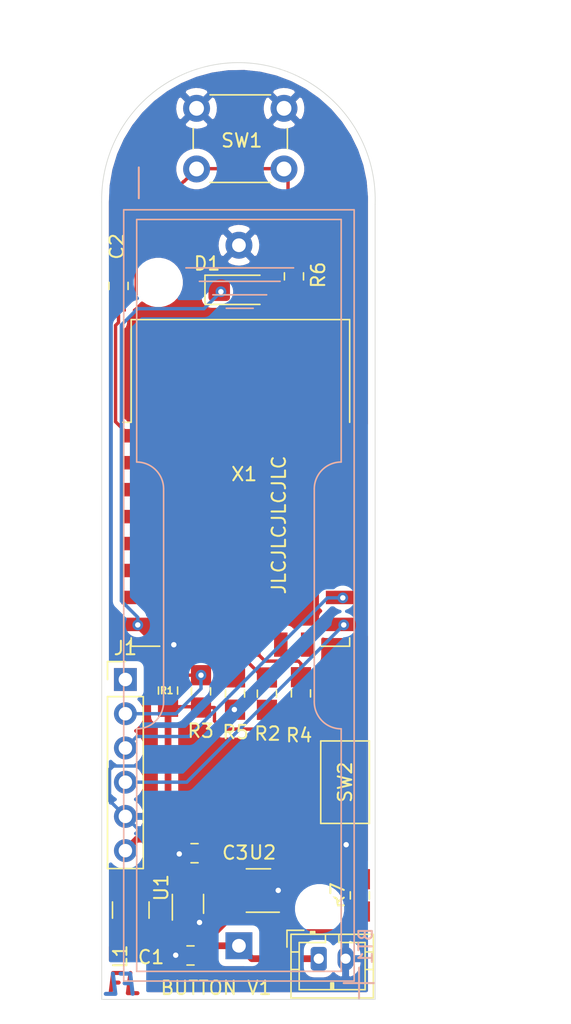
<source format=kicad_pcb>
(kicad_pcb (version 20171130) (host pcbnew "(5.1.9)-1")

  (general
    (thickness 1.6)
    (drawings 11)
    (tracks 146)
    (zones 0)
    (modules 20)
    (nets 14)
  )

  (page A4)
  (layers
    (0 F.Cu signal)
    (31 B.Cu signal)
    (32 B.Adhes user)
    (33 F.Adhes user)
    (34 B.Paste user hide)
    (35 F.Paste user)
    (36 B.SilkS user)
    (37 F.SilkS user)
    (38 B.Mask user hide)
    (39 F.Mask user)
    (40 Dwgs.User user)
    (41 Cmts.User user)
    (42 Eco1.User user)
    (43 Eco2.User user)
    (44 Edge.Cuts user)
    (45 Margin user)
    (46 B.CrtYd user hide)
    (47 F.CrtYd user)
    (48 B.Fab user hide)
    (49 F.Fab user)
  )

  (setup
    (last_trace_width 0.25)
    (user_trace_width 0.5)
    (trace_clearance 0.2)
    (zone_clearance 0.508)
    (zone_45_only no)
    (trace_min 0.2)
    (via_size 0.8)
    (via_drill 0.4)
    (via_min_size 0.4)
    (via_min_drill 0.3)
    (uvia_size 0.3)
    (uvia_drill 0.1)
    (uvias_allowed no)
    (uvia_min_size 0.2)
    (uvia_min_drill 0.1)
    (edge_width 0.05)
    (segment_width 0.2)
    (pcb_text_width 0.3)
    (pcb_text_size 1.5 1.5)
    (mod_edge_width 0.12)
    (mod_text_size 1 1)
    (mod_text_width 0.15)
    (pad_size 1.524 1.524)
    (pad_drill 0.762)
    (pad_to_mask_clearance 0.051)
    (solder_mask_min_width 0.25)
    (aux_axis_origin 0 0)
    (visible_elements 7FFFFFFF)
    (pcbplotparams
      (layerselection 0x010fc_ffffffff)
      (usegerberextensions false)
      (usegerberattributes false)
      (usegerberadvancedattributes false)
      (creategerberjobfile false)
      (excludeedgelayer true)
      (linewidth 0.100000)
      (plotframeref false)
      (viasonmask false)
      (mode 1)
      (useauxorigin false)
      (hpglpennumber 1)
      (hpglpenspeed 20)
      (hpglpendiameter 15.000000)
      (psnegative false)
      (psa4output false)
      (plotreference true)
      (plotvalue true)
      (plotinvisibletext false)
      (padsonsilk false)
      (subtractmaskfromsilk false)
      (outputformat 1)
      (mirror false)
      (drillshape 0)
      (scaleselection 1)
      (outputdirectory ""))
  )

  (net 0 "")
  (net 1 /VCC)
  (net 2 /GND)
  (net 3 /RST)
  (net 4 "Net-(D1-Pad2)")
  (net 5 /RX)
  (net 6 /TX)
  (net 7 /EN)
  (net 8 /GPIO2)
  (net 9 /GPIO0)
  (net 10 "Net-(BT1-Pad1)")
  (net 11 "Net-(L1-Pad2)")
  (net 12 /GPIO15)
  (net 13 "Net-(R7-Pad2)")

  (net_class Default "This is the default net class."
    (clearance 0.2)
    (trace_width 0.25)
    (via_dia 0.8)
    (via_drill 0.4)
    (uvia_dia 0.3)
    (uvia_drill 0.1)
    (add_net /EN)
    (add_net /GND)
    (add_net /GPIO0)
    (add_net /GPIO15)
    (add_net /GPIO2)
    (add_net /RST)
    (add_net /RX)
    (add_net /TX)
    (add_net /VCC)
    (add_net "Net-(BT1-Pad1)")
    (add_net "Net-(D1-Pad2)")
    (add_net "Net-(L1-Pad2)")
    (add_net "Net-(R7-Pad2)")
  )

  (module handsolder:R_0805_2012handsoldermod (layer F.Cu) (tedit 60358F22) (tstamp 602DB586)
    (at 121.73 90.59 90)
    (descr "Resistor SMD 0805 (2012 Metric), square (rectangular) end terminal, IPC_7351 nominal with elongated pad for handsoldering. (Body size source: https://docs.google.com/spreadsheets/d/1BsfQQcO9C6DZCsRaXUlFlo91Tg2WpOkGARC1WS5S8t0/edit?usp=sharing), generated with kicad-footprint-generator")
    (tags "resistor handsolder")
    (path /602C727C)
    (attr smd)
    (fp_text reference R1 (at 0 -0.1) (layer F.SilkS)
      (effects (font (size 0.5 0.5) (thickness 0.125)))
    )
    (fp_text value 10k (at 0 1.65 90) (layer F.Fab) hide
      (effects (font (size 1 1) (thickness 0.15)))
    )
    (fp_line (start -1 0.6) (end -1 -0.6) (layer F.Fab) (width 0.1))
    (fp_line (start -1 -0.6) (end 1 -0.6) (layer F.Fab) (width 0.1))
    (fp_line (start 1 -0.6) (end 1 0.6) (layer F.Fab) (width 0.1))
    (fp_line (start 1 0.6) (end -1 0.6) (layer F.Fab) (width 0.1))
    (fp_line (start -0.261252 -0.71) (end 0.261252 -0.71) (layer F.SilkS) (width 0.12))
    (fp_line (start -0.261252 0.71) (end 0.261252 0.71) (layer F.SilkS) (width 0.12))
    (fp_line (start -2.05 0.95) (end -2.05 -0.95) (layer F.CrtYd) (width 0.05))
    (fp_line (start -2.05 -0.95) (end 2.05 -0.95) (layer F.CrtYd) (width 0.05))
    (fp_line (start 2.05 -0.95) (end 2.05 0.95) (layer F.CrtYd) (width 0.05))
    (fp_line (start 2.05 0.95) (end -2.05 0.95) (layer F.CrtYd) (width 0.05))
    (fp_text user %R (at 0 0 90) (layer F.Fab)
      (effects (font (size 0.5 0.5) (thickness 0.08)))
    )
    (pad 2 smd rect (at 1.2 0 90) (size 1.5 1.5) (layers F.Cu F.Paste F.Mask)
      (net 7 /EN))
    (pad 1 smd rect (at -1.2 0 90) (size 1.5 1.5) (layers F.Cu F.Paste F.Mask)
      (net 1 /VCC))
    (model ${KISYS3DMOD}/Resistor_SMD.3dshapes/R_0805_2012Metric.wrl
      (at (xyz 0 0 0))
      (scale (xyz 1 1 1))
      (rotate (xyz 0 0 0))
    )
  )

  (module handsolder:R_0805_2012handsoldermod (layer F.Cu) (tedit 60358F22) (tstamp 602E9A2F)
    (at 135.99 105.79 90)
    (descr "Resistor SMD 0805 (2012 Metric), square (rectangular) end terminal, IPC_7351 nominal with elongated pad for handsoldering. (Body size source: https://docs.google.com/spreadsheets/d/1BsfQQcO9C6DZCsRaXUlFlo91Tg2WpOkGARC1WS5S8t0/edit?usp=sharing), generated with kicad-footprint-generator")
    (tags "resistor handsolder")
    (path /602F7A06)
    (attr smd)
    (fp_text reference R7 (at 0 -1.65 90) (layer F.SilkS)
      (effects (font (size 1 1) (thickness 0.15)))
    )
    (fp_text value 10k (at 0 1.65 90) (layer F.Fab) hide
      (effects (font (size 1 1) (thickness 0.15)))
    )
    (fp_line (start -1 0.6) (end -1 -0.6) (layer F.Fab) (width 0.1))
    (fp_line (start -1 -0.6) (end 1 -0.6) (layer F.Fab) (width 0.1))
    (fp_line (start 1 -0.6) (end 1 0.6) (layer F.Fab) (width 0.1))
    (fp_line (start 1 0.6) (end -1 0.6) (layer F.Fab) (width 0.1))
    (fp_line (start -0.261252 -0.71) (end 0.261252 -0.71) (layer F.SilkS) (width 0.12))
    (fp_line (start -0.261252 0.71) (end 0.261252 0.71) (layer F.SilkS) (width 0.12))
    (fp_line (start -2.05 0.95) (end -2.05 -0.95) (layer F.CrtYd) (width 0.05))
    (fp_line (start -2.05 -0.95) (end 2.05 -0.95) (layer F.CrtYd) (width 0.05))
    (fp_line (start 2.05 -0.95) (end 2.05 0.95) (layer F.CrtYd) (width 0.05))
    (fp_line (start 2.05 0.95) (end -2.05 0.95) (layer F.CrtYd) (width 0.05))
    (fp_text user %R (at 0 0 90) (layer F.Fab)
      (effects (font (size 0.5 0.5) (thickness 0.08)))
    )
    (pad 2 smd rect (at 1.2 0 90) (size 1.5 1.5) (layers F.Cu F.Paste F.Mask)
      (net 13 "Net-(R7-Pad2)"))
    (pad 1 smd rect (at -1.2 0 90) (size 1.5 1.5) (layers F.Cu F.Paste F.Mask)
      (net 10 "Net-(BT1-Pad1)"))
    (model ${KISYS3DMOD}/Resistor_SMD.3dshapes/R_0805_2012Metric.wrl
      (at (xyz 0 0 0))
      (scale (xyz 1 1 1))
      (rotate (xyz 0 0 0))
    )
  )

  (module handsolder:R_0805_2012handsoldermod (layer F.Cu) (tedit 60358F22) (tstamp 602DB5DB)
    (at 131.09 59.85 90)
    (descr "Resistor SMD 0805 (2012 Metric), square (rectangular) end terminal, IPC_7351 nominal with elongated pad for handsoldering. (Body size source: https://docs.google.com/spreadsheets/d/1BsfQQcO9C6DZCsRaXUlFlo91Tg2WpOkGARC1WS5S8t0/edit?usp=sharing), generated with kicad-footprint-generator")
    (tags "resistor handsolder")
    (path /602D454A)
    (attr smd)
    (fp_text reference R6 (at 0.1 1.8 90) (layer F.SilkS)
      (effects (font (size 1 1) (thickness 0.15)))
    )
    (fp_text value 1k (at 0 1.65 90) (layer F.Fab) hide
      (effects (font (size 1 1) (thickness 0.15)))
    )
    (fp_line (start -1 0.6) (end -1 -0.6) (layer F.Fab) (width 0.1))
    (fp_line (start -1 -0.6) (end 1 -0.6) (layer F.Fab) (width 0.1))
    (fp_line (start 1 -0.6) (end 1 0.6) (layer F.Fab) (width 0.1))
    (fp_line (start 1 0.6) (end -1 0.6) (layer F.Fab) (width 0.1))
    (fp_line (start -0.261252 -0.71) (end 0.261252 -0.71) (layer F.SilkS) (width 0.12))
    (fp_line (start -0.261252 0.71) (end 0.261252 0.71) (layer F.SilkS) (width 0.12))
    (fp_line (start -2.05 0.95) (end -2.05 -0.95) (layer F.CrtYd) (width 0.05))
    (fp_line (start -2.05 -0.95) (end 2.05 -0.95) (layer F.CrtYd) (width 0.05))
    (fp_line (start 2.05 -0.95) (end 2.05 0.95) (layer F.CrtYd) (width 0.05))
    (fp_line (start 2.05 0.95) (end -2.05 0.95) (layer F.CrtYd) (width 0.05))
    (fp_text user %R (at 0 0 90) (layer F.Fab)
      (effects (font (size 0.5 0.5) (thickness 0.08)))
    )
    (pad 2 smd rect (at 1.2 0 90) (size 1.5 1.5) (layers F.Cu F.Paste F.Mask)
      (net 3 /RST))
    (pad 1 smd rect (at -1.2 0 90) (size 1.5 1.5) (layers F.Cu F.Paste F.Mask)
      (net 4 "Net-(D1-Pad2)"))
    (model ${KISYS3DMOD}/Resistor_SMD.3dshapes/R_0805_2012Metric.wrl
      (at (xyz 0 0 0))
      (scale (xyz 1 1 1))
      (rotate (xyz 0 0 0))
    )
  )

  (module handsolder:R_0805_2012handsoldermod (layer F.Cu) (tedit 60358F22) (tstamp 602DB5CA)
    (at 126.71 90.81 90)
    (descr "Resistor SMD 0805 (2012 Metric), square (rectangular) end terminal, IPC_7351 nominal with elongated pad for handsoldering. (Body size source: https://docs.google.com/spreadsheets/d/1BsfQQcO9C6DZCsRaXUlFlo91Tg2WpOkGARC1WS5S8t0/edit?usp=sharing), generated with kicad-footprint-generator")
    (tags "resistor handsolder")
    (path /602CA91E)
    (attr smd)
    (fp_text reference R5 (at -2.87 0.04 180) (layer F.SilkS)
      (effects (font (size 1 1) (thickness 0.15)))
    )
    (fp_text value 4.7k (at 0 1.65 90) (layer F.Fab) hide
      (effects (font (size 1 1) (thickness 0.15)))
    )
    (fp_line (start -1 0.6) (end -1 -0.6) (layer F.Fab) (width 0.1))
    (fp_line (start -1 -0.6) (end 1 -0.6) (layer F.Fab) (width 0.1))
    (fp_line (start 1 -0.6) (end 1 0.6) (layer F.Fab) (width 0.1))
    (fp_line (start 1 0.6) (end -1 0.6) (layer F.Fab) (width 0.1))
    (fp_line (start -0.261252 -0.71) (end 0.261252 -0.71) (layer F.SilkS) (width 0.12))
    (fp_line (start -0.261252 0.71) (end 0.261252 0.71) (layer F.SilkS) (width 0.12))
    (fp_line (start -2.05 0.95) (end -2.05 -0.95) (layer F.CrtYd) (width 0.05))
    (fp_line (start -2.05 -0.95) (end 2.05 -0.95) (layer F.CrtYd) (width 0.05))
    (fp_line (start 2.05 -0.95) (end 2.05 0.95) (layer F.CrtYd) (width 0.05))
    (fp_line (start 2.05 0.95) (end -2.05 0.95) (layer F.CrtYd) (width 0.05))
    (fp_text user %R (at 0 0 90) (layer F.Fab)
      (effects (font (size 0.5 0.5) (thickness 0.08)))
    )
    (pad 2 smd rect (at 1.2 0 90) (size 1.5 1.5) (layers F.Cu F.Paste F.Mask)
      (net 12 /GPIO15))
    (pad 1 smd rect (at -1.2 0 90) (size 1.5 1.5) (layers F.Cu F.Paste F.Mask)
      (net 2 /GND))
    (model ${KISYS3DMOD}/Resistor_SMD.3dshapes/R_0805_2012Metric.wrl
      (at (xyz 0 0 0))
      (scale (xyz 1 1 1))
      (rotate (xyz 0 0 0))
    )
  )

  (module handsolder:R_0805_2012handsoldermod (layer F.Cu) (tedit 60358F22) (tstamp 602DB5B9)
    (at 131.61 90.8 90)
    (descr "Resistor SMD 0805 (2012 Metric), square (rectangular) end terminal, IPC_7351 nominal with elongated pad for handsoldering. (Body size source: https://docs.google.com/spreadsheets/d/1BsfQQcO9C6DZCsRaXUlFlo91Tg2WpOkGARC1WS5S8t0/edit?usp=sharing), generated with kicad-footprint-generator")
    (tags "resistor handsolder")
    (path /602CA541)
    (attr smd)
    (fp_text reference R4 (at -3.11 -0.14 180) (layer F.SilkS)
      (effects (font (size 1 1) (thickness 0.15)))
    )
    (fp_text value 10k (at 0 1.65 90) (layer F.Fab) hide
      (effects (font (size 1 1) (thickness 0.15)))
    )
    (fp_line (start -1 0.6) (end -1 -0.6) (layer F.Fab) (width 0.1))
    (fp_line (start -1 -0.6) (end 1 -0.6) (layer F.Fab) (width 0.1))
    (fp_line (start 1 -0.6) (end 1 0.6) (layer F.Fab) (width 0.1))
    (fp_line (start 1 0.6) (end -1 0.6) (layer F.Fab) (width 0.1))
    (fp_line (start -0.261252 -0.71) (end 0.261252 -0.71) (layer F.SilkS) (width 0.12))
    (fp_line (start -0.261252 0.71) (end 0.261252 0.71) (layer F.SilkS) (width 0.12))
    (fp_line (start -2.05 0.95) (end -2.05 -0.95) (layer F.CrtYd) (width 0.05))
    (fp_line (start -2.05 -0.95) (end 2.05 -0.95) (layer F.CrtYd) (width 0.05))
    (fp_line (start 2.05 -0.95) (end 2.05 0.95) (layer F.CrtYd) (width 0.05))
    (fp_line (start 2.05 0.95) (end -2.05 0.95) (layer F.CrtYd) (width 0.05))
    (fp_text user %R (at 0 0 90) (layer F.Fab)
      (effects (font (size 0.5 0.5) (thickness 0.08)))
    )
    (pad 2 smd rect (at 1.2 0 90) (size 1.5 1.5) (layers F.Cu F.Paste F.Mask)
      (net 9 /GPIO0))
    (pad 1 smd rect (at -1.2 0 90) (size 1.5 1.5) (layers F.Cu F.Paste F.Mask)
      (net 1 /VCC))
    (model ${KISYS3DMOD}/Resistor_SMD.3dshapes/R_0805_2012Metric.wrl
      (at (xyz 0 0 0))
      (scale (xyz 1 1 1))
      (rotate (xyz 0 0 0))
    )
  )

  (module handsolder:R_0805_2012handsoldermod (layer F.Cu) (tedit 60358F22) (tstamp 602DB5A8)
    (at 124.18 90.65 90)
    (descr "Resistor SMD 0805 (2012 Metric), square (rectangular) end terminal, IPC_7351 nominal with elongated pad for handsoldering. (Body size source: https://docs.google.com/spreadsheets/d/1BsfQQcO9C6DZCsRaXUlFlo91Tg2WpOkGARC1WS5S8t0/edit?usp=sharing), generated with kicad-footprint-generator")
    (tags "resistor handsolder")
    (path /602C7954)
    (attr smd)
    (fp_text reference R3 (at -2.93 -0.02 180) (layer F.SilkS)
      (effects (font (size 1 1) (thickness 0.15)))
    )
    (fp_text value 10k (at 0 1.65 90) (layer F.Fab) hide
      (effects (font (size 1 1) (thickness 0.15)))
    )
    (fp_line (start -1 0.6) (end -1 -0.6) (layer F.Fab) (width 0.1))
    (fp_line (start -1 -0.6) (end 1 -0.6) (layer F.Fab) (width 0.1))
    (fp_line (start 1 -0.6) (end 1 0.6) (layer F.Fab) (width 0.1))
    (fp_line (start 1 0.6) (end -1 0.6) (layer F.Fab) (width 0.1))
    (fp_line (start -0.261252 -0.71) (end 0.261252 -0.71) (layer F.SilkS) (width 0.12))
    (fp_line (start -0.261252 0.71) (end 0.261252 0.71) (layer F.SilkS) (width 0.12))
    (fp_line (start -2.05 0.95) (end -2.05 -0.95) (layer F.CrtYd) (width 0.05))
    (fp_line (start -2.05 -0.95) (end 2.05 -0.95) (layer F.CrtYd) (width 0.05))
    (fp_line (start 2.05 -0.95) (end 2.05 0.95) (layer F.CrtYd) (width 0.05))
    (fp_line (start 2.05 0.95) (end -2.05 0.95) (layer F.CrtYd) (width 0.05))
    (fp_text user %R (at 0 0 90) (layer F.Fab)
      (effects (font (size 0.5 0.5) (thickness 0.08)))
    )
    (pad 2 smd rect (at 1.2 0 90) (size 1.5 1.5) (layers F.Cu F.Paste F.Mask)
      (net 3 /RST))
    (pad 1 smd rect (at -1.2 0 90) (size 1.5 1.5) (layers F.Cu F.Paste F.Mask)
      (net 1 /VCC))
    (model ${KISYS3DMOD}/Resistor_SMD.3dshapes/R_0805_2012Metric.wrl
      (at (xyz 0 0 0))
      (scale (xyz 1 1 1))
      (rotate (xyz 0 0 0))
    )
  )

  (module handsolder:R_0805_2012handsoldermod (layer F.Cu) (tedit 60358F22) (tstamp 602DB597)
    (at 129.08 90.82 90)
    (descr "Resistor SMD 0805 (2012 Metric), square (rectangular) end terminal, IPC_7351 nominal with elongated pad for handsoldering. (Body size source: https://docs.google.com/spreadsheets/d/1BsfQQcO9C6DZCsRaXUlFlo91Tg2WpOkGARC1WS5S8t0/edit?usp=sharing), generated with kicad-footprint-generator")
    (tags "resistor handsolder")
    (path /602CC605)
    (attr smd)
    (fp_text reference R2 (at -2.97 0.04 180) (layer F.SilkS)
      (effects (font (size 1 1) (thickness 0.15)))
    )
    (fp_text value 10k (at 0 1.65 90) (layer F.Fab) hide
      (effects (font (size 1 1) (thickness 0.15)))
    )
    (fp_line (start -1 0.6) (end -1 -0.6) (layer F.Fab) (width 0.1))
    (fp_line (start -1 -0.6) (end 1 -0.6) (layer F.Fab) (width 0.1))
    (fp_line (start 1 -0.6) (end 1 0.6) (layer F.Fab) (width 0.1))
    (fp_line (start 1 0.6) (end -1 0.6) (layer F.Fab) (width 0.1))
    (fp_line (start -0.261252 -0.71) (end 0.261252 -0.71) (layer F.SilkS) (width 0.12))
    (fp_line (start -0.261252 0.71) (end 0.261252 0.71) (layer F.SilkS) (width 0.12))
    (fp_line (start -2.05 0.95) (end -2.05 -0.95) (layer F.CrtYd) (width 0.05))
    (fp_line (start -2.05 -0.95) (end 2.05 -0.95) (layer F.CrtYd) (width 0.05))
    (fp_line (start 2.05 -0.95) (end 2.05 0.95) (layer F.CrtYd) (width 0.05))
    (fp_line (start 2.05 0.95) (end -2.05 0.95) (layer F.CrtYd) (width 0.05))
    (fp_text user %R (at 0 0 90) (layer F.Fab)
      (effects (font (size 0.5 0.5) (thickness 0.08)))
    )
    (pad 2 smd rect (at 1.2 0 90) (size 1.5 1.5) (layers F.Cu F.Paste F.Mask)
      (net 8 /GPIO2))
    (pad 1 smd rect (at -1.2 0 90) (size 1.5 1.5) (layers F.Cu F.Paste F.Mask)
      (net 1 /VCC))
    (model ${KISYS3DMOD}/Resistor_SMD.3dshapes/R_0805_2012Metric.wrl
      (at (xyz 0 0 0))
      (scale (xyz 1 1 1))
      (rotate (xyz 0 0 0))
    )
  )

  (module handsolder:SOT-23-5_HandSolderingmod (layer F.Cu) (tedit 60023824) (tstamp 602E9ADE)
    (at 128.45 105.43 180)
    (descr "5-pin SOT23 package")
    (tags "SOT-23-5 hand-soldering")
    (path /602F5FBE)
    (attr smd)
    (fp_text reference U2 (at -0.31 2.82) (layer F.SilkS)
      (effects (font (size 1 1) (thickness 0.15)))
    )
    (fp_text value AP2112K-3.3 (at 10.287 1.143) (layer F.SilkS) hide
      (effects (font (size 1 1) (thickness 0.15)))
    )
    (fp_line (start 2.38 1.8) (end -2.38 1.8) (layer F.CrtYd) (width 0.05))
    (fp_line (start 2.38 1.8) (end 2.38 -1.8) (layer F.CrtYd) (width 0.05))
    (fp_line (start -2.38 -1.8) (end -2.38 1.8) (layer F.CrtYd) (width 0.05))
    (fp_line (start -2.38 -1.8) (end 2.38 -1.8) (layer F.CrtYd) (width 0.05))
    (fp_line (start 0.9 -1.55) (end 0.9 1.55) (layer F.Fab) (width 0.1))
    (fp_line (start 0.9 1.55) (end -0.9 1.55) (layer F.Fab) (width 0.1))
    (fp_line (start -0.9 -0.9) (end -0.9 1.55) (layer F.Fab) (width 0.1))
    (fp_line (start 0.9 -1.55) (end -0.25 -1.55) (layer F.Fab) (width 0.1))
    (fp_line (start -0.9 -0.9) (end -0.25 -1.55) (layer F.Fab) (width 0.1))
    (fp_line (start 0.9 -1.61) (end -1.55 -1.61) (layer F.SilkS) (width 0.12))
    (fp_line (start -0.9 1.61) (end 0.9 1.61) (layer F.SilkS) (width 0.12))
    (fp_text user %R (at 0 0 90) (layer F.Fab)
      (effects (font (size 0.5 0.5) (thickness 0.075)))
    )
    (pad 5 smd rect (at 1.5 -0.95 180) (size 2 0.65) (layers F.Cu F.Paste F.Mask)
      (net 1 /VCC))
    (pad 4 smd rect (at 1.5 0.95 180) (size 2 0.65) (layers F.Cu F.Paste F.Mask))
    (pad 3 smd rect (at -1.55 0.95 180) (size 2 0.65) (layers F.Cu F.Paste F.Mask)
      (net 13 "Net-(R7-Pad2)"))
    (pad 2 smd trapezoid (at -1.55 0 180) (size 2 0.65) (layers F.Cu F.Paste F.Mask)
      (net 2 /GND))
    (pad 1 smd rect (at -1.55 -0.95 180) (size 2 0.65) (layers F.Cu F.Paste F.Mask)
      (net 10 "Net-(BT1-Pad1)"))
    (model ${KISYS3DMOD}/Package_TO_SOT_SMD.3dshapes/SOT-23-5.wrl
      (at (xyz 0 0 0))
      (scale (xyz 1 1 1))
      (rotate (xyz 0 0 0))
    )
  )

  (module Connector_JST:JST_PH_B2B-PH-K_1x02_P2.00mm_Vertical (layer F.Cu) (tedit 5B7745C2) (tstamp 602E9854)
    (at 132.93 110.49)
    (descr "JST PH series connector, B2B-PH-K (http://www.jst-mfg.com/product/pdf/eng/ePH.pdf), generated with kicad-footprint-generator")
    (tags "connector JST PH side entry")
    (path /602FBA1B)
    (fp_text reference BT2 (at 1 -2.9) (layer F.SilkS) hide
      (effects (font (size 1 1) (thickness 0.15)))
    )
    (fp_text value Battery_Cell (at 1 4) (layer F.Fab)
      (effects (font (size 1 1) (thickness 0.15)))
    )
    (fp_line (start 4.45 -2.2) (end -2.45 -2.2) (layer F.CrtYd) (width 0.05))
    (fp_line (start 4.45 3.3) (end 4.45 -2.2) (layer F.CrtYd) (width 0.05))
    (fp_line (start -2.45 3.3) (end 4.45 3.3) (layer F.CrtYd) (width 0.05))
    (fp_line (start -2.45 -2.2) (end -2.45 3.3) (layer F.CrtYd) (width 0.05))
    (fp_line (start 3.95 -1.7) (end -1.95 -1.7) (layer F.Fab) (width 0.1))
    (fp_line (start 3.95 2.8) (end 3.95 -1.7) (layer F.Fab) (width 0.1))
    (fp_line (start -1.95 2.8) (end 3.95 2.8) (layer F.Fab) (width 0.1))
    (fp_line (start -1.95 -1.7) (end -1.95 2.8) (layer F.Fab) (width 0.1))
    (fp_line (start -2.36 -2.11) (end -2.36 -0.86) (layer F.Fab) (width 0.1))
    (fp_line (start -1.11 -2.11) (end -2.36 -2.11) (layer F.Fab) (width 0.1))
    (fp_line (start -2.36 -2.11) (end -2.36 -0.86) (layer F.SilkS) (width 0.12))
    (fp_line (start -1.11 -2.11) (end -2.36 -2.11) (layer F.SilkS) (width 0.12))
    (fp_line (start 1 2.3) (end 1 1.8) (layer F.SilkS) (width 0.12))
    (fp_line (start 1.1 1.8) (end 1.1 2.3) (layer F.SilkS) (width 0.12))
    (fp_line (start 0.9 1.8) (end 1.1 1.8) (layer F.SilkS) (width 0.12))
    (fp_line (start 0.9 2.3) (end 0.9 1.8) (layer F.SilkS) (width 0.12))
    (fp_line (start 4.06 0.8) (end 3.45 0.8) (layer F.SilkS) (width 0.12))
    (fp_line (start 4.06 -0.5) (end 3.45 -0.5) (layer F.SilkS) (width 0.12))
    (fp_line (start -2.06 0.8) (end -1.45 0.8) (layer F.SilkS) (width 0.12))
    (fp_line (start -2.06 -0.5) (end -1.45 -0.5) (layer F.SilkS) (width 0.12))
    (fp_line (start 1.5 -1.2) (end 1.5 -1.81) (layer F.SilkS) (width 0.12))
    (fp_line (start 3.45 -1.2) (end 1.5 -1.2) (layer F.SilkS) (width 0.12))
    (fp_line (start 3.45 2.3) (end 3.45 -1.2) (layer F.SilkS) (width 0.12))
    (fp_line (start -1.45 2.3) (end 3.45 2.3) (layer F.SilkS) (width 0.12))
    (fp_line (start -1.45 -1.2) (end -1.45 2.3) (layer F.SilkS) (width 0.12))
    (fp_line (start 0.5 -1.2) (end -1.45 -1.2) (layer F.SilkS) (width 0.12))
    (fp_line (start 0.5 -1.81) (end 0.5 -1.2) (layer F.SilkS) (width 0.12))
    (fp_line (start -0.3 -1.91) (end -0.6 -1.91) (layer F.SilkS) (width 0.12))
    (fp_line (start -0.6 -2.01) (end -0.6 -1.81) (layer F.SilkS) (width 0.12))
    (fp_line (start -0.3 -2.01) (end -0.6 -2.01) (layer F.SilkS) (width 0.12))
    (fp_line (start -0.3 -1.81) (end -0.3 -2.01) (layer F.SilkS) (width 0.12))
    (fp_line (start 4.06 -1.81) (end -2.06 -1.81) (layer F.SilkS) (width 0.12))
    (fp_line (start 4.06 2.91) (end 4.06 -1.81) (layer F.SilkS) (width 0.12))
    (fp_line (start -2.06 2.91) (end 4.06 2.91) (layer F.SilkS) (width 0.12))
    (fp_line (start -2.06 -1.81) (end -2.06 2.91) (layer F.SilkS) (width 0.12))
    (fp_text user %R (at 1 1.5) (layer F.Fab)
      (effects (font (size 1 1) (thickness 0.15)))
    )
    (pad 2 thru_hole oval (at 2 0) (size 1.2 1.75) (drill 0.75) (layers *.Cu *.Mask)
      (net 2 /GND))
    (pad 1 thru_hole roundrect (at 0 0) (size 1.2 1.75) (drill 0.75) (layers *.Cu *.Mask) (roundrect_rratio 0.208333)
      (net 10 "Net-(BT1-Pad1)"))
    (model ${KISYS3DMOD}/Connector_JST.3dshapes/JST_PH_B2B-PH-K_1x02_P2.00mm_Vertical.wrl
      (at (xyz 0 0 0))
      (scale (xyz 1 1 1))
      (rotate (xyz 0 0 0))
    )
  )

  (module Connector_PinHeader_2.54mm:PinHeader_1x06_P2.54mm_Vertical (layer F.Cu) (tedit 602DA37F) (tstamp 602DB564)
    (at 118.56 89.77)
    (descr "Through hole straight pin header, 1x06, 2.54mm pitch, single row")
    (tags "Through hole pin header THT 1x06 2.54mm single row")
    (path /602C477A)
    (fp_text reference J1 (at 0 -2.33) (layer F.SilkS)
      (effects (font (size 1 1) (thickness 0.15)))
    )
    (fp_text value Conn_01x06_Male (at 0 15.03) (layer F.Fab)
      (effects (font (size 1 1) (thickness 0.15)))
    )
    (fp_line (start 1.8 -1.4) (end -1.8 -1.4) (layer F.CrtYd) (width 0.05))
    (fp_line (start 1.8 14.5) (end 1.8 -1.4) (layer F.CrtYd) (width 0.05))
    (fp_line (start -1.8 14.5) (end 1.8 14.5) (layer F.CrtYd) (width 0.05))
    (fp_line (start -1.8 -1.4) (end -1.8 14.5) (layer F.CrtYd) (width 0.05))
    (fp_line (start -1.33 -1.33) (end 0 -1.33) (layer F.SilkS) (width 0.12))
    (fp_line (start -1.33 0) (end -1.33 -1.33) (layer F.SilkS) (width 0.12))
    (fp_line (start -1.33 1.27) (end 1.33 1.27) (layer F.SilkS) (width 0.12))
    (fp_line (start 1.33 1.27) (end 1.33 14.03) (layer F.SilkS) (width 0.12))
    (fp_line (start -1.33 1.27) (end -1.33 14.03) (layer F.SilkS) (width 0.12))
    (fp_line (start -1.33 14.03) (end 1.33 14.03) (layer F.SilkS) (width 0.12))
    (fp_line (start -1.27 -0.635) (end -0.635 -1.27) (layer F.Fab) (width 0.1))
    (fp_line (start -1.27 13.97) (end -1.27 -0.635) (layer F.Fab) (width 0.1))
    (fp_line (start 1.27 13.97) (end -1.27 13.97) (layer F.Fab) (width 0.1))
    (fp_line (start 1.27 -1.27) (end 1.27 13.97) (layer F.Fab) (width 0.1))
    (fp_line (start -0.635 -1.27) (end 1.27 -1.27) (layer F.Fab) (width 0.1))
    (fp_text user %R (at 0 6.35 90) (layer F.Fab)
      (effects (font (size 1 1) (thickness 0.15)))
    )
    (pad 6 thru_hole oval (at 0 12.7) (size 1.7 1.7) (drill 1) (layers *.Cu *.Mask)
      (net 1 /VCC))
    (pad 5 thru_hole oval (at 0 10.16) (size 1.7 1.7) (drill 1) (layers *.Cu *.Mask)
      (net 2 /GND))
    (pad 4 thru_hole oval (at 0 7.62) (size 1.7 1.7) (drill 1) (layers *.Cu *.Mask)
      (net 5 /RX))
    (pad 3 thru_hole oval (at 0 5.08) (size 1.7 1.7) (drill 1) (layers *.Cu *.Mask)
      (net 6 /TX))
    (pad 2 thru_hole oval (at 0 2.54) (size 1.7 1.7) (drill 1) (layers *.Cu *.Mask)
      (net 3 /RST))
    (pad 1 thru_hole rect (at 0 0) (size 1.7 1.7) (drill 1) (layers *.Cu *.Mask))
    (model ${KISYS3DMOD}/Connector_PinHeader_2.54mm.3dshapes/PinHeader_1x06_P2.54mm_Vertical.wrl
      (at (xyz 0 0 0))
      (scale (xyz 1 1 1))
      (rotate (xyz 0 0 0))
    )
  )

  (module LED_SMD:LED_1206_3216Metric_Castellated (layer F.Cu) (tedit 5B301BBE) (tstamp 602DB54A)
    (at 126.96 60.85)
    (descr "LED SMD 1206 (3216 Metric), castellated end terminal, IPC_7351 nominal, (Body size source: http://www.tortai-tech.com/upload/download/2011102023233369053.pdf), generated with kicad-footprint-generator")
    (tags "LED castellated")
    (path /602D28D1)
    (attr smd)
    (fp_text reference D1 (at -2.33 -1.95) (layer F.SilkS)
      (effects (font (size 1 1) (thickness 0.15)))
    )
    (fp_text value LED (at 0 1.78) (layer F.Fab)
      (effects (font (size 1 1) (thickness 0.15)))
    )
    (fp_line (start 2.48 1.08) (end -2.48 1.08) (layer F.CrtYd) (width 0.05))
    (fp_line (start 2.48 -1.08) (end 2.48 1.08) (layer F.CrtYd) (width 0.05))
    (fp_line (start -2.48 -1.08) (end 2.48 -1.08) (layer F.CrtYd) (width 0.05))
    (fp_line (start -2.48 1.08) (end -2.48 -1.08) (layer F.CrtYd) (width 0.05))
    (fp_line (start -2.485 1.085) (end 1.6 1.085) (layer F.SilkS) (width 0.12))
    (fp_line (start -2.485 -1.085) (end -2.485 1.085) (layer F.SilkS) (width 0.12))
    (fp_line (start 1.6 -1.085) (end -2.485 -1.085) (layer F.SilkS) (width 0.12))
    (fp_line (start 1.6 0.8) (end 1.6 -0.8) (layer F.Fab) (width 0.1))
    (fp_line (start -1.6 0.8) (end 1.6 0.8) (layer F.Fab) (width 0.1))
    (fp_line (start -1.6 -0.4) (end -1.6 0.8) (layer F.Fab) (width 0.1))
    (fp_line (start -1.2 -0.8) (end -1.6 -0.4) (layer F.Fab) (width 0.1))
    (fp_line (start 1.6 -0.8) (end -1.2 -0.8) (layer F.Fab) (width 0.1))
    (fp_text user %R (at 0 0) (layer F.Fab)
      (effects (font (size 0.8 0.8) (thickness 0.12)))
    )
    (pad 2 smd roundrect (at 1.425 0) (size 1.6 1.65) (layers F.Cu F.Paste F.Mask) (roundrect_rratio 0.15625)
      (net 4 "Net-(D1-Pad2)"))
    (pad 1 smd roundrect (at -1.425 0) (size 1.6 1.65) (layers F.Cu F.Paste F.Mask) (roundrect_rratio 0.15625)
      (net 1 /VCC))
    (model ${KISYS3DMOD}/LED_SMD.3dshapes/LED_1206_3216Metric_Castellated.wrl
      (at (xyz 0 0 0))
      (scale (xyz 1 1 1))
      (rotate (xyz 0 0 0))
    )
  )

  (module RF_Module:ESP-12E (layer F.Cu) (tedit 5A030172) (tstamp 602DB666)
    (at 127.11 75.18)
    (descr "Wi-Fi Module, http://wiki.ai-thinker.com/_media/esp8266/docs/aithinker_esp_12f_datasheet_en.pdf")
    (tags "Wi-Fi Module")
    (path /602C0443)
    (attr smd)
    (fp_text reference X1 (at 0.28 -0.65) (layer F.SilkS)
      (effects (font (size 1 1) (thickness 0.15)))
    )
    (fp_text value ESP-12E (at -0.06 -12.78) (layer F.Fab)
      (effects (font (size 1 1) (thickness 0.15)))
    )
    (fp_line (start 5.56 -4.8) (end 8.12 -7.36) (layer Dwgs.User) (width 0.12))
    (fp_line (start 2.56 -4.8) (end 8.12 -10.36) (layer Dwgs.User) (width 0.12))
    (fp_line (start -0.44 -4.8) (end 6.88 -12.12) (layer Dwgs.User) (width 0.12))
    (fp_line (start -3.44 -4.8) (end 3.88 -12.12) (layer Dwgs.User) (width 0.12))
    (fp_line (start -6.44 -4.8) (end 0.88 -12.12) (layer Dwgs.User) (width 0.12))
    (fp_line (start -8.12 -6.12) (end -2.12 -12.12) (layer Dwgs.User) (width 0.12))
    (fp_line (start -8.12 -9.12) (end -5.12 -12.12) (layer Dwgs.User) (width 0.12))
    (fp_line (start -8.12 -4.8) (end -8.12 -12.12) (layer Dwgs.User) (width 0.12))
    (fp_line (start 8.12 -4.8) (end -8.12 -4.8) (layer Dwgs.User) (width 0.12))
    (fp_line (start 8.12 -12.12) (end 8.12 -4.8) (layer Dwgs.User) (width 0.12))
    (fp_line (start -8.12 -12.12) (end 8.12 -12.12) (layer Dwgs.User) (width 0.12))
    (fp_line (start -8.12 -4.5) (end -8.73 -4.5) (layer F.SilkS) (width 0.12))
    (fp_line (start -8.12 -4.5) (end -8.12 -12.12) (layer F.SilkS) (width 0.12))
    (fp_line (start -8.12 12.12) (end -8.12 11.5) (layer F.SilkS) (width 0.12))
    (fp_line (start -6 12.12) (end -8.12 12.12) (layer F.SilkS) (width 0.12))
    (fp_line (start 8.12 12.12) (end 6 12.12) (layer F.SilkS) (width 0.12))
    (fp_line (start 8.12 11.5) (end 8.12 12.12) (layer F.SilkS) (width 0.12))
    (fp_line (start 8.12 -12.12) (end 8.12 -4.5) (layer F.SilkS) (width 0.12))
    (fp_line (start -8.12 -12.12) (end 8.12 -12.12) (layer F.SilkS) (width 0.12))
    (fp_line (start -9.05 13.1) (end -9.05 -12.2) (layer F.CrtYd) (width 0.05))
    (fp_line (start 9.05 13.1) (end -9.05 13.1) (layer F.CrtYd) (width 0.05))
    (fp_line (start 9.05 -12.2) (end 9.05 13.1) (layer F.CrtYd) (width 0.05))
    (fp_line (start -9.05 -12.2) (end 9.05 -12.2) (layer F.CrtYd) (width 0.05))
    (fp_line (start -8 -4) (end -8 -12) (layer F.Fab) (width 0.12))
    (fp_line (start -7.5 -3.5) (end -8 -4) (layer F.Fab) (width 0.12))
    (fp_line (start -8 -3) (end -7.5 -3.5) (layer F.Fab) (width 0.12))
    (fp_line (start -8 12) (end -8 -3) (layer F.Fab) (width 0.12))
    (fp_line (start 8 12) (end -8 12) (layer F.Fab) (width 0.12))
    (fp_line (start 8 -12) (end 8 12) (layer F.Fab) (width 0.12))
    (fp_line (start -8 -12) (end 8 -12) (layer F.Fab) (width 0.12))
    (fp_text user %R (at 0.49 -0.8) (layer F.Fab)
      (effects (font (size 1 1) (thickness 0.15)))
    )
    (fp_text user "KEEP-OUT ZONE" (at 0.03 -9.55 180) (layer Cmts.User)
      (effects (font (size 1 1) (thickness 0.15)))
    )
    (fp_text user Antenna (at -0.06 -7 180) (layer Cmts.User)
      (effects (font (size 1 1) (thickness 0.15)))
    )
    (pad 22 smd rect (at 7.6 -3.5) (size 2.5 1) (layers F.Cu F.Paste F.Mask))
    (pad 21 smd rect (at 7.6 -1.5) (size 2.5 1) (layers F.Cu F.Paste F.Mask))
    (pad 20 smd rect (at 7.6 0.5) (size 2.5 1) (layers F.Cu F.Paste F.Mask))
    (pad 19 smd rect (at 7.6 2.5) (size 2.5 1) (layers F.Cu F.Paste F.Mask))
    (pad 18 smd rect (at 7.6 4.5) (size 2.5 1) (layers F.Cu F.Paste F.Mask))
    (pad 17 smd rect (at 7.6 6.5) (size 2.5 1) (layers F.Cu F.Paste F.Mask))
    (pad 16 smd rect (at 7.6 8.5) (size 2.5 1) (layers F.Cu F.Paste F.Mask)
      (net 6 /TX))
    (pad 15 smd rect (at 7.6 10.5) (size 2.5 1) (layers F.Cu F.Paste F.Mask)
      (net 5 /RX))
    (pad 14 smd rect (at 5 12) (size 1 1.8) (layers F.Cu F.Paste F.Mask))
    (pad 13 smd rect (at 3 12) (size 1 1.8) (layers F.Cu F.Paste F.Mask))
    (pad 12 smd rect (at 1 12) (size 1 1.8) (layers F.Cu F.Paste F.Mask)
      (net 9 /GPIO0))
    (pad 11 smd rect (at -1 12) (size 1 1.8) (layers F.Cu F.Paste F.Mask)
      (net 8 /GPIO2))
    (pad 10 smd rect (at -3 12) (size 1 1.8) (layers F.Cu F.Paste F.Mask)
      (net 12 /GPIO15))
    (pad 9 smd rect (at -5 12) (size 1 1.8) (layers F.Cu F.Paste F.Mask)
      (net 2 /GND))
    (pad 8 smd rect (at -7.6 10.5) (size 2.5 1) (layers F.Cu F.Paste F.Mask)
      (net 1 /VCC))
    (pad 7 smd rect (at -7.6 8.5) (size 2.5 1) (layers F.Cu F.Paste F.Mask))
    (pad 6 smd rect (at -7.6 6.5) (size 2.5 1) (layers F.Cu F.Paste F.Mask))
    (pad 5 smd rect (at -7.6 4.5) (size 2.5 1) (layers F.Cu F.Paste F.Mask))
    (pad 4 smd rect (at -7.6 2.5) (size 2.5 1) (layers F.Cu F.Paste F.Mask))
    (pad 3 smd rect (at -7.6 0.5) (size 2.5 1) (layers F.Cu F.Paste F.Mask)
      (net 7 /EN))
    (pad 2 smd rect (at -7.6 -1.5) (size 2.5 1) (layers F.Cu F.Paste F.Mask))
    (pad 1 smd rect (at -7.6 -3.5) (size 2.5 1) (layers F.Cu F.Paste F.Mask)
      (net 3 /RST))
    (model ${KISYS3DMOD}/RF_Module.3dshapes/ESP-12E.wrl
      (at (xyz 0 0 0))
      (scale (xyz 1 1 1))
      (rotate (xyz 0 0 0))
    )
  )

  (module handsolder:SOT-363_SC-70-6_Handsoldering (layer F.Cu) (tedit 592F19A3) (tstamp 602DB62B)
    (at 123.21 106.42 90)
    (descr "SOT-363, SC-70-6, Handsoldering")
    (tags "SOT-363 SC-70-6 Handsoldering")
    (path /602DB147)
    (attr smd)
    (fp_text reference U1 (at 1.2 -1.98 90) (layer F.SilkS)
      (effects (font (size 1 1) (thickness 0.15)))
    )
    (fp_text value TLV61224 (at 0 2 270) (layer F.Fab)
      (effects (font (size 1 1) (thickness 0.15)))
    )
    (fp_line (start -2.4 1.4) (end 2.4 1.4) (layer F.CrtYd) (width 0.05))
    (fp_line (start 0.7 -1.16) (end -1.2 -1.16) (layer F.SilkS) (width 0.12))
    (fp_line (start -0.7 1.16) (end 0.7 1.16) (layer F.SilkS) (width 0.12))
    (fp_line (start 2.4 1.4) (end 2.4 -1.4) (layer F.CrtYd) (width 0.05))
    (fp_line (start -2.4 -1.4) (end -2.4 1.4) (layer F.CrtYd) (width 0.05))
    (fp_line (start -2.4 -1.4) (end 2.4 -1.4) (layer F.CrtYd) (width 0.05))
    (fp_line (start 0.675 -1.1) (end -0.175 -1.1) (layer F.Fab) (width 0.1))
    (fp_line (start -0.675 -0.6) (end -0.675 1.1) (layer F.Fab) (width 0.1))
    (fp_line (start 0.675 -1.1) (end 0.675 1.1) (layer F.Fab) (width 0.1))
    (fp_line (start 0.675 1.1) (end -0.675 1.1) (layer F.Fab) (width 0.1))
    (fp_line (start -0.175 -1.1) (end -0.675 -0.6) (layer F.Fab) (width 0.1))
    (fp_text user %R (at 0 0 90) (layer F.Fab)
      (effects (font (size 0.5 0.5) (thickness 0.075)))
    )
    (pad 1 smd rect (at -1.33 -0.65 90) (size 1.5 0.4) (layers F.Cu F.Paste F.Mask)
      (net 10 "Net-(BT1-Pad1)") (zone_connect 2))
    (pad 2 smd rect (at -1.33 0 90) (size 1.5 0.4) (layers F.Cu F.Paste F.Mask)
      (net 1 /VCC))
    (pad 3 smd rect (at -1.33 0.65 90) (size 1.5 0.4) (layers F.Cu F.Paste F.Mask)
      (net 2 /GND) (zone_connect 2))
    (pad 4 smd rect (at 1.33 0.65 90) (size 1.5 0.4) (layers F.Cu F.Paste F.Mask)
      (net 1 /VCC))
    (pad 5 smd rect (at 1.33 0 90) (size 1.5 0.4) (layers F.Cu F.Paste F.Mask)
      (net 11 "Net-(L1-Pad2)"))
    (pad 6 smd rect (at 1.33 -0.65 90) (size 1.5 0.4) (layers F.Cu F.Paste F.Mask)
      (net 10 "Net-(BT1-Pad1)"))
    (model TO_SOT_Packages_SMD.3dshapes/SC-70-6.wrl
      (at (xyz 0 0 0))
      (scale (xyz 1 1 1))
      (rotate (xyz 0 0 90))
    )
  )

  (module switch:button_smd_hmsensor (layer F.Cu) (tedit 5FF5A4DE) (tstamp 602DB615)
    (at 134.89 97.39 270)
    (descr http://www.te.com/commerce/DocumentDelivery/DDEController?Action=srchrtrv&DocNm=1437566-3&DocType=Customer+Drawing&DocLang=English)
    (tags "SPST button tactile switch")
    (path /602CDBD4)
    (attr smd)
    (fp_text reference SW2 (at 0 0 90) (layer F.SilkS)
      (effects (font (size 1 1) (thickness 0.15)))
    )
    (fp_text value SW_Push (at 0.18 -2.75 180) (layer F.SilkS) hide
      (effects (font (size 0.8 0.8) (thickness 0.15)))
    )
    (fp_line (start -1.75 -1) (end 1.75 -1) (layer F.Fab) (width 0.1))
    (fp_line (start 1.75 -1) (end 1.75 1) (layer F.Fab) (width 0.1))
    (fp_line (start 1.75 1) (end -1.75 1) (layer F.Fab) (width 0.1))
    (fp_line (start -1.75 1) (end -1.75 -1) (layer F.Fab) (width 0.1))
    (fp_line (start -3.06 -1.81) (end 3.06 -1.81) (layer F.SilkS) (width 0.12))
    (fp_line (start 3.06 -1.81) (end 3.06 1.81) (layer F.SilkS) (width 0.12))
    (fp_line (start 3.06 1.81) (end -3.06 1.81) (layer F.SilkS) (width 0.12))
    (fp_line (start -3.06 1.81) (end -3.06 -1.81) (layer F.SilkS) (width 0.12))
    (fp_line (start -1.5 0.8) (end 1.5 0.8) (layer F.Fab) (width 0.1))
    (fp_line (start -1.5 -0.8) (end 1.5 -0.8) (layer F.Fab) (width 0.1))
    (fp_line (start 1.5 -0.8) (end 1.5 0.8) (layer F.Fab) (width 0.1))
    (fp_line (start -1.5 -0.8) (end -1.5 0.8) (layer F.Fab) (width 0.1))
    (fp_line (start -5.95 2) (end 5.95 2) (layer F.CrtYd) (width 0.05))
    (fp_line (start 5.95 -2) (end 5.95 2) (layer F.CrtYd) (width 0.05))
    (fp_line (start -3 1.75) (end 3 1.75) (layer F.Fab) (width 0.1))
    (fp_line (start -3 -1.75) (end 3 -1.75) (layer F.Fab) (width 0.1))
    (fp_line (start -3 -1.75) (end -3 1.75) (layer F.Fab) (width 0.1))
    (fp_line (start 3 -1.75) (end 3 1.75) (layer F.Fab) (width 0.1))
    (fp_line (start -5.95 -2) (end -5.95 2) (layer F.CrtYd) (width 0.05))
    (fp_line (start -5.95 -2) (end 5.95 -2) (layer F.CrtYd) (width 0.05))
    (fp_text user %R (at 0 0 90) (layer F.Fab)
      (effects (font (size 1 1) (thickness 0.15)))
    )
    (pad 1 smd rect (at -4.59 0 270) (size 2.18 1.6) (layers F.Cu F.Paste F.Mask)
      (net 9 /GPIO0))
    (pad 2 smd rect (at 4.59 0 270) (size 2.18 1.6) (layers F.Cu F.Paste F.Mask)
      (net 2 /GND))
    (model Buttons_Switches_SMD.3dshapes/SW_SPST_FSMSM.wrl
      (at (xyz 0 0 0))
      (scale (xyz 1 1 1))
      (rotate (xyz 0 0 0))
    )
  )

  (module Button_Switch_THT:SW_PUSH_6mm (layer F.Cu) (tedit 5A02FE31) (tstamp 602DB5FA)
    (at 130.35 51.88 180)
    (descr https://www.omron.com/ecb/products/pdf/en-b3f.pdf)
    (tags "tact sw push 6mm")
    (path /602CFCB7)
    (fp_text reference SW1 (at 3.14172 2.11124) (layer F.SilkS)
      (effects (font (size 1 1) (thickness 0.15)))
    )
    (fp_text value SW_Push (at 3.75 6.7) (layer F.Fab)
      (effects (font (size 1 1) (thickness 0.15)))
    )
    (fp_circle (center 3.25 2.25) (end 1.25 2.5) (layer F.Fab) (width 0.1))
    (fp_line (start 6.75 3) (end 6.75 1.5) (layer F.SilkS) (width 0.12))
    (fp_line (start 5.5 -1) (end 1 -1) (layer F.SilkS) (width 0.12))
    (fp_line (start -0.25 1.5) (end -0.25 3) (layer F.SilkS) (width 0.12))
    (fp_line (start 1 5.5) (end 5.5 5.5) (layer F.SilkS) (width 0.12))
    (fp_line (start 8 -1.25) (end 8 5.75) (layer F.CrtYd) (width 0.05))
    (fp_line (start 7.75 6) (end -1.25 6) (layer F.CrtYd) (width 0.05))
    (fp_line (start -1.5 5.75) (end -1.5 -1.25) (layer F.CrtYd) (width 0.05))
    (fp_line (start -1.25 -1.5) (end 7.75 -1.5) (layer F.CrtYd) (width 0.05))
    (fp_line (start -1.5 6) (end -1.25 6) (layer F.CrtYd) (width 0.05))
    (fp_line (start -1.5 5.75) (end -1.5 6) (layer F.CrtYd) (width 0.05))
    (fp_line (start -1.5 -1.5) (end -1.25 -1.5) (layer F.CrtYd) (width 0.05))
    (fp_line (start -1.5 -1.25) (end -1.5 -1.5) (layer F.CrtYd) (width 0.05))
    (fp_line (start 8 -1.5) (end 8 -1.25) (layer F.CrtYd) (width 0.05))
    (fp_line (start 7.75 -1.5) (end 8 -1.5) (layer F.CrtYd) (width 0.05))
    (fp_line (start 8 6) (end 8 5.75) (layer F.CrtYd) (width 0.05))
    (fp_line (start 7.75 6) (end 8 6) (layer F.CrtYd) (width 0.05))
    (fp_line (start 0.25 -0.75) (end 3.25 -0.75) (layer F.Fab) (width 0.1))
    (fp_line (start 0.25 5.25) (end 0.25 -0.75) (layer F.Fab) (width 0.1))
    (fp_line (start 6.25 5.25) (end 0.25 5.25) (layer F.Fab) (width 0.1))
    (fp_line (start 6.25 -0.75) (end 6.25 5.25) (layer F.Fab) (width 0.1))
    (fp_line (start 3.25 -0.75) (end 6.25 -0.75) (layer F.Fab) (width 0.1))
    (fp_text user %R (at 3.25 2.25) (layer F.Fab)
      (effects (font (size 1 1) (thickness 0.15)))
    )
    (pad 1 thru_hole circle (at 6.5 0 270) (size 2 2) (drill 1.1) (layers *.Cu *.Mask)
      (net 3 /RST))
    (pad 2 thru_hole circle (at 6.5 4.5 270) (size 2 2) (drill 1.1) (layers *.Cu *.Mask)
      (net 2 /GND))
    (pad 1 thru_hole circle (at 0 0 270) (size 2 2) (drill 1.1) (layers *.Cu *.Mask)
      (net 3 /RST))
    (pad 2 thru_hole circle (at 0 4.5 270) (size 2 2) (drill 1.1) (layers *.Cu *.Mask)
      (net 2 /GND))
    (model ${KISYS3DMOD}/Button_Switch_THT.3dshapes/SW_PUSH_6mm.wrl
      (at (xyz 0 0 0))
      (scale (xyz 1 1 1))
      (rotate (xyz 0 0 0))
    )
  )

  (module Inductor_SMD:L_1210_3225Metric_Pad1.42x2.65mm_HandSolder (layer F.Cu) (tedit 5B301BBE) (tstamp 602DB575)
    (at 118.96 106.88 90)
    (descr "Capacitor SMD 1210 (3225 Metric), square (rectangular) end terminal, IPC_7351 nominal with elongated pad for handsoldering. (Body size source: http://www.tortai-tech.com/upload/download/2011102023233369053.pdf), generated with kicad-footprint-generator")
    (tags "inductor handsolder")
    (path /602E234D)
    (attr smd)
    (fp_text reference L1 (at -3.45 -0.78 90) (layer F.SilkS)
      (effects (font (size 1 1) (thickness 0.15)))
    )
    (fp_text value "4.7 uH" (at 0 2.28 90) (layer F.Fab)
      (effects (font (size 1 1) (thickness 0.15)))
    )
    (fp_line (start 2.45 1.58) (end -2.45 1.58) (layer F.CrtYd) (width 0.05))
    (fp_line (start 2.45 -1.58) (end 2.45 1.58) (layer F.CrtYd) (width 0.05))
    (fp_line (start -2.45 -1.58) (end 2.45 -1.58) (layer F.CrtYd) (width 0.05))
    (fp_line (start -2.45 1.58) (end -2.45 -1.58) (layer F.CrtYd) (width 0.05))
    (fp_line (start -0.602064 1.36) (end 0.602064 1.36) (layer F.SilkS) (width 0.12))
    (fp_line (start -0.602064 -1.36) (end 0.602064 -1.36) (layer F.SilkS) (width 0.12))
    (fp_line (start 1.6 1.25) (end -1.6 1.25) (layer F.Fab) (width 0.1))
    (fp_line (start 1.6 -1.25) (end 1.6 1.25) (layer F.Fab) (width 0.1))
    (fp_line (start -1.6 -1.25) (end 1.6 -1.25) (layer F.Fab) (width 0.1))
    (fp_line (start -1.6 1.25) (end -1.6 -1.25) (layer F.Fab) (width 0.1))
    (fp_text user %R (at 0 0 90) (layer F.Fab)
      (effects (font (size 0.8 0.8) (thickness 0.12)))
    )
    (pad 2 smd roundrect (at 1.4875 0 90) (size 1.425 2.65) (layers F.Cu F.Paste F.Mask) (roundrect_rratio 0.175439)
      (net 11 "Net-(L1-Pad2)"))
    (pad 1 smd roundrect (at -1.4875 0 90) (size 1.425 2.65) (layers F.Cu F.Paste F.Mask) (roundrect_rratio 0.175439)
      (net 10 "Net-(BT1-Pad1)"))
    (model ${KISYS3DMOD}/Inductor_SMD.3dshapes/L_1210_3225Metric.wrl
      (at (xyz 0 0 0))
      (scale (xyz 1 1 1))
      (rotate (xyz 0 0 0))
    )
  )

  (module handsolder:C_0805_2012handsodermod (layer F.Cu) (tedit 60004493) (tstamp 602DB538)
    (at 123.7 102.66 180)
    (descr "Capacitor SMD 0805 (2012 Metric), square (rectangular) end terminal, IPC_7351 nominal with elongated pad for handsoldering. (Body size source: https://docs.google.com/spreadsheets/d/1BsfQQcO9C6DZCsRaXUlFlo91Tg2WpOkGARC1WS5S8t0/edit?usp=sharing), generated with kicad-footprint-generator")
    (tags "capacitor handsolder")
    (path /602E3D4A)
    (attr smd)
    (fp_text reference C3 (at -3.03 0.03) (layer F.SilkS)
      (effects (font (size 1 1) (thickness 0.15)))
    )
    (fp_text value 10uF (at 0.19 -1.6) (layer F.Fab) hide
      (effects (font (size 1 1) (thickness 0.15)))
    )
    (fp_line (start 2.05 0.95) (end -2 0.95) (layer F.CrtYd) (width 0.05))
    (fp_line (start 2.05 -0.95) (end 2.05 0.95) (layer F.CrtYd) (width 0.05))
    (fp_line (start -2 -0.95) (end 2.05 -0.95) (layer F.CrtYd) (width 0.05))
    (fp_line (start -2 0.95) (end -2 -0.95) (layer F.CrtYd) (width 0.05))
    (fp_line (start -0.261252 0.71) (end 0.261252 0.71) (layer F.SilkS) (width 0.12))
    (fp_line (start -0.261252 -0.71) (end 0.261252 -0.71) (layer F.SilkS) (width 0.12))
    (fp_line (start 1 0.6) (end -1 0.6) (layer F.Fab) (width 0.1))
    (fp_line (start 1 -0.6) (end 1 0.6) (layer F.Fab) (width 0.1))
    (fp_line (start -1 -0.6) (end 1 -0.6) (layer F.Fab) (width 0.1))
    (fp_line (start -1 0.6) (end -1 -0.6) (layer F.Fab) (width 0.1))
    (fp_text user %R (at 0 0) (layer F.Fab)
      (effects (font (size 0.5 0.5) (thickness 0.08)))
    )
    (pad 2 smd rect (at 1.15 0 180) (size 1.5 1.1) (layers F.Cu F.Paste F.Mask)
      (net 2 /GND))
    (pad 1 smd rect (at -1.15 0 180) (size 1.5 1.1) (layers F.Cu F.Paste F.Mask)
      (net 1 /VCC))
    (model ${KISYS3DMOD}/Capacitor_SMD.3dshapes/C_0805_2012Metric.wrl
      (at (xyz 0 0 0))
      (scale (xyz 1 1 1))
      (rotate (xyz 0 0 0))
    )
  )

  (module handsolder:C_0805_2012handsodermod (layer F.Cu) (tedit 60004493) (tstamp 602DB527)
    (at 118.05 60.56 270)
    (descr "Capacitor SMD 0805 (2012 Metric), square (rectangular) end terminal, IPC_7351 nominal with elongated pad for handsoldering. (Body size source: https://docs.google.com/spreadsheets/d/1BsfQQcO9C6DZCsRaXUlFlo91Tg2WpOkGARC1WS5S8t0/edit?usp=sharing), generated with kicad-footprint-generator")
    (tags "capacitor handsolder")
    (path /602C896A)
    (attr smd)
    (fp_text reference C2 (at -2.93 0.127 90) (layer F.SilkS)
      (effects (font (size 1 1) (thickness 0.15)))
    )
    (fp_text value 100nF (at 0 1.65 90) (layer F.Fab) hide
      (effects (font (size 1 1) (thickness 0.15)))
    )
    (fp_line (start 2.05 0.95) (end -2 0.95) (layer F.CrtYd) (width 0.05))
    (fp_line (start 2.05 -0.95) (end 2.05 0.95) (layer F.CrtYd) (width 0.05))
    (fp_line (start -2 -0.95) (end 2.05 -0.95) (layer F.CrtYd) (width 0.05))
    (fp_line (start -2 0.95) (end -2 -0.95) (layer F.CrtYd) (width 0.05))
    (fp_line (start -0.261252 0.71) (end 0.261252 0.71) (layer F.SilkS) (width 0.12))
    (fp_line (start -0.261252 -0.71) (end 0.261252 -0.71) (layer F.SilkS) (width 0.12))
    (fp_line (start 1 0.6) (end -1 0.6) (layer F.Fab) (width 0.1))
    (fp_line (start 1 -0.6) (end 1 0.6) (layer F.Fab) (width 0.1))
    (fp_line (start -1 -0.6) (end 1 -0.6) (layer F.Fab) (width 0.1))
    (fp_line (start -1 0.6) (end -1 -0.6) (layer F.Fab) (width 0.1))
    (fp_text user %R (at 0 0 90) (layer F.Fab)
      (effects (font (size 0.5 0.5) (thickness 0.08)))
    )
    (pad 2 smd rect (at 1.15 0 270) (size 1.5 1.1) (layers F.Cu F.Paste F.Mask)
      (net 3 /RST))
    (pad 1 smd rect (at -1.15 0 270) (size 1.5 1.1) (layers F.Cu F.Paste F.Mask)
      (net 2 /GND))
    (model ${KISYS3DMOD}/Capacitor_SMD.3dshapes/C_0805_2012Metric.wrl
      (at (xyz 0 0 0))
      (scale (xyz 1 1 1))
      (rotate (xyz 0 0 0))
    )
  )

  (module handsolder:C_0805_2012handsodermod (layer F.Cu) (tedit 60004493) (tstamp 602DB516)
    (at 123.4 110.25)
    (descr "Capacitor SMD 0805 (2012 Metric), square (rectangular) end terminal, IPC_7351 nominal with elongated pad for handsoldering. (Body size source: https://docs.google.com/spreadsheets/d/1BsfQQcO9C6DZCsRaXUlFlo91Tg2WpOkGARC1WS5S8t0/edit?usp=sharing), generated with kicad-footprint-generator")
    (tags "capacitor handsolder")
    (path /602D0C1F)
    (attr smd)
    (fp_text reference C1 (at -2.93 0.127) (layer F.SilkS)
      (effects (font (size 1 1) (thickness 0.15)))
    )
    (fp_text value 10uF (at 0 1.65) (layer F.Fab) hide
      (effects (font (size 1 1) (thickness 0.15)))
    )
    (fp_line (start 2.05 0.95) (end -2 0.95) (layer F.CrtYd) (width 0.05))
    (fp_line (start 2.05 -0.95) (end 2.05 0.95) (layer F.CrtYd) (width 0.05))
    (fp_line (start -2 -0.95) (end 2.05 -0.95) (layer F.CrtYd) (width 0.05))
    (fp_line (start -2 0.95) (end -2 -0.95) (layer F.CrtYd) (width 0.05))
    (fp_line (start -0.261252 0.71) (end 0.261252 0.71) (layer F.SilkS) (width 0.12))
    (fp_line (start -0.261252 -0.71) (end 0.261252 -0.71) (layer F.SilkS) (width 0.12))
    (fp_line (start 1 0.6) (end -1 0.6) (layer F.Fab) (width 0.1))
    (fp_line (start 1 -0.6) (end 1 0.6) (layer F.Fab) (width 0.1))
    (fp_line (start -1 -0.6) (end 1 -0.6) (layer F.Fab) (width 0.1))
    (fp_line (start -1 0.6) (end -1 -0.6) (layer F.Fab) (width 0.1))
    (fp_text user %R (at 0 0) (layer F.Fab)
      (effects (font (size 0.5 0.5) (thickness 0.08)))
    )
    (pad 2 smd rect (at 1.15 0) (size 1.5 1.1) (layers F.Cu F.Paste F.Mask)
      (net 10 "Net-(BT1-Pad1)"))
    (pad 1 smd rect (at -1.15 0) (size 1.5 1.1) (layers F.Cu F.Paste F.Mask)
      (net 2 /GND))
    (model ${KISYS3DMOD}/Capacitor_SMD.3dshapes/C_0805_2012Metric.wrl
      (at (xyz 0 0 0))
      (scale (xyz 1 1 1))
      (rotate (xyz 0 0 0))
    )
  )

  (module Battery:BatteryHolder_Keystone_2460_1xAA (layer B.Cu) (tedit 5DBEA3CC) (tstamp 602DB505)
    (at 127 109.53 90)
    (descr https://www.keyelco.com/product-pdf.cfm?p=1025)
    (tags "AA battery cell holder")
    (path /602C3B33)
    (fp_text reference BT1 (at -0.02 9.42 90) (layer B.SilkS)
      (effects (font (size 1 1) (thickness 0.15)) (justify mirror))
    )
    (fp_text value Battery_Cell (at 24.5 0 90) (layer B.Fab)
      (effects (font (size 1 1) (thickness 0.15)) (justify mirror))
    )
    (fp_line (start 54.5 -8.445) (end 54.5 8.445) (layer B.Fab) (width 0.1))
    (fp_line (start -2.5 -8.445) (end 54.5 -8.445) (layer B.Fab) (width 0.1))
    (fp_line (start -2.5 8.445) (end -2.5 -8.445) (layer B.Fab) (width 0.1))
    (fp_line (start 54.5 8.445) (end -2.5 8.445) (layer B.Fab) (width 0.1))
    (fp_line (start -2.75 -8.7) (end -2.75 8.7) (layer B.CrtYd) (width 0.05))
    (fp_line (start -2.75 8.7) (end 54.75 8.7) (layer B.CrtYd) (width 0.05))
    (fp_line (start 54.75 8.7) (end 54.75 -8.7) (layer B.CrtYd) (width 0.05))
    (fp_line (start 54.75 -8.7) (end -2.75 -8.7) (layer B.CrtYd) (width 0.05))
    (fp_line (start 48.31 2.06) (end 48.31 -1.94) (layer B.SilkS) (width 0.12))
    (fp_line (start 49.31 -2.94) (end 49.31 3.06) (layer B.SilkS) (width 0.12))
    (fp_line (start 50.31 4.06) (end 50.31 -3.94) (layer B.SilkS) (width 0.12))
    (fp_line (start 47.31 1.06) (end 47.31 -0.94) (layer B.SilkS) (width 0.12))
    (fp_line (start 54.62 8.565) (end 54.62 -8.565) (layer B.SilkS) (width 0.12))
    (fp_line (start 54.62 -8.565) (end -2.62 -8.565) (layer B.SilkS) (width 0.12))
    (fp_line (start -2.62 -8.565) (end -2.62 8.565) (layer B.SilkS) (width 0.12))
    (fp_line (start -2.62 8.565) (end 54.62 8.565) (layer B.SilkS) (width 0.12))
    (fp_line (start -1.9 7.6) (end -1.9 -7.6) (layer B.SilkS) (width 0.12))
    (fp_line (start -1.9 -7.6) (end 16.1 -7.6) (layer B.SilkS) (width 0.12))
    (fp_line (start 53.9 7.6) (end 53.9 -7.6) (layer B.SilkS) (width 0.12))
    (fp_line (start -1.9 7.6) (end 16.1 7.6) (layer B.SilkS) (width 0.12))
    (fp_line (start 35.9 7.6) (end 53.9 7.6) (layer B.SilkS) (width 0.12))
    (fp_line (start 35.9 -7.6) (end 53.9 -7.6) (layer B.SilkS) (width 0.12))
    (fp_line (start 18.1 5.6) (end 33.9 5.6) (layer B.SilkS) (width 0.12))
    (fp_line (start 33.9 -5.6) (end 18.1 -5.6) (layer B.SilkS) (width 0.12))
    (fp_text user + (at -2.77 8.69 270) (layer B.SilkS)
      (effects (font (size 3 3) (thickness 0.15)) (justify mirror))
    )
    (fp_text user - (at 56.62 -7.68 270) (layer B.SilkS)
      (effects (font (size 3 3) (thickness 0.15)) (justify mirror))
    )
    (fp_text user %R (at 0.01 0.06 270) (layer B.Fab)
      (effects (font (size 1 1) (thickness 0.15)) (justify mirror))
    )
    (fp_arc (start 18.1 -7.6) (end 18.1 -5.6) (angle 90) (layer B.SilkS) (width 0.12))
    (fp_arc (start 33.9 -7.6) (end 35.9 -7.6) (angle 90) (layer B.SilkS) (width 0.12))
    (fp_arc (start 33.9 7.6) (end 33.9 5.6) (angle 90) (layer B.SilkS) (width 0.12))
    (fp_arc (start 18.1 7.6) (end 16.1 7.6) (angle 90) (layer B.SilkS) (width 0.12))
    (pad 1 thru_hole rect (at 0 0 270) (size 2 2) (drill 1.02) (layers *.Cu *.Mask)
      (net 10 "Net-(BT1-Pad1)"))
    (pad 2 thru_hole circle (at 51.99 0 270) (size 2 2) (drill 1.02) (layers *.Cu *.Mask)
      (net 2 /GND))
    (pad "" np_thru_hole circle (at 49.23 -5.995 90) (size 2.64 2.64) (drill 2.64) (layers *.Cu *.Mask))
    (pad "" np_thru_hole circle (at 2.75 5.995) (size 2.64 2.64) (drill 2.64) (layers *.Cu *.Mask))
    (model ${KISYS3DMOD}/Battery.3dshapes/BatteryHolder_Keystone_2460_1xAA.wrl
      (at (xyz 0 0 0))
      (scale (xyz 1 1 1))
      (rotate (xyz 0 0 0))
    )
  )

  (dimension 69.977029 (width 0.15) (layer Dwgs.User)
    (gr_text "69.977 mm" (at 112.904751 78.80232 89.94800747) (layer Dwgs.User)
      (effects (font (size 1 1) (thickness 0.15)))
    )
    (feature1 (pts (xy 114.173 113.792) (xy 113.58658 113.791468)))
    (feature2 (pts (xy 114.2365 43.815) (xy 113.65008 43.814468)))
    (crossbar (pts (xy 114.2365 43.815) (xy 114.173 113.792)))
    (arrow1a (pts (xy 114.173 113.792) (xy 113.587602 112.664965)))
    (arrow1b (pts (xy 114.173 113.792) (xy 114.760443 112.666029)))
    (arrow2a (pts (xy 114.2365 43.815) (xy 113.649057 44.940971)))
    (arrow2b (pts (xy 114.2365 43.815) (xy 114.821898 44.942035)))
  )
  (dimension 20.828 (width 0.15) (layer Dwgs.User)
    (gr_text "20.828 mm" (at 126.873 40.0385) (layer Dwgs.User)
      (effects (font (size 1 1) (thickness 0.15)))
    )
    (feature1 (pts (xy 116.459 41.3385) (xy 116.459 40.752079)))
    (feature2 (pts (xy 137.287 41.3385) (xy 137.287 40.752079)))
    (crossbar (pts (xy 137.287 41.3385) (xy 116.459 41.3385)))
    (arrow1a (pts (xy 116.459 41.3385) (xy 117.585504 40.752079)))
    (arrow1b (pts (xy 116.459 41.3385) (xy 117.585504 41.924921)))
    (arrow2a (pts (xy 137.287 41.3385) (xy 136.160496 40.752079)))
    (arrow2b (pts (xy 137.287 41.3385) (xy 136.160496 41.924921)))
  )
  (gr_text "V. 0.1\nAA\nNO TIMER" (at 144.526 71.755) (layer F.Fab)
    (effects (font (size 2 2) (thickness 0.15)))
  )
  (gr_text FL (at 118.2 112.42) (layer B.Cu) (tstamp 602E4487)
    (effects (font (size 1.5 1.5) (thickness 0.3) italic) (justify mirror))
  )
  (gr_text FL (at 118.36 112.37) (layer F.Cu)
    (effects (font (size 1.5 1.5) (thickness 0.3) italic))
  )
  (gr_text "BUTTON V1\n" (at 125.3 112.66) (layer F.SilkS)
    (effects (font (size 1 1) (thickness 0.15)))
  )
  (gr_text "JLCJLCJLCJLC\n" (at 129.97 78.3 90) (layer F.SilkS)
    (effects (font (size 1 1) (thickness 0.15)))
  )
  (gr_line (start 137.1219 113.5126) (end 116.8019 113.5126) (layer Edge.Cuts) (width 0.05))
  (gr_line (start 116.798824 54.329378) (end 116.8019 113.5126) (layer Edge.Cuts) (width 0.05) (tstamp 602DB8B7))
  (gr_line (start 137.1219 54.5084) (end 137.1219 113.5126) (layer Edge.Cuts) (width 0.05))
  (gr_arc (start 126.962706 54.1528) (end 137.1219 54.5084) (angle -183) (layer Edge.Cuts) (width 0.05))

  (via (at 119.48 85.72) (size 0.8) (drill 0.4) (layers F.Cu B.Cu) (net 1))
  (segment (start 123.86 106.09) (end 123.86 105.09) (width 0.25) (layer F.Cu) (net 1))
  (segment (start 123.86 106.1) (end 123.86 106.09) (width 0.25) (layer F.Cu) (net 1))
  (segment (start 123.21 106.75) (end 123.86 106.1) (width 0.25) (layer F.Cu) (net 1))
  (segment (start 123.21 107.75) (end 123.21 106.75) (width 0.25) (layer F.Cu) (net 1))
  (segment (start 123.86 103.65) (end 124.85 102.66) (width 0.5) (layer F.Cu) (net 1))
  (segment (start 123.86 105.09) (end 123.86 103.65) (width 0.5) (layer F.Cu) (net 1))
  (segment (start 119.409999 101.620001) (end 118.56 102.47) (width 0.5) (layer F.Cu) (net 1))
  (segment (start 124.85 102.66) (end 124.65 102.66) (width 0.5) (layer F.Cu) (net 1))
  (segment (start 123.610001 101.620001) (end 119.409999 101.620001) (width 0.5) (layer F.Cu) (net 1))
  (segment (start 124.65 102.66) (end 123.610001 101.620001) (width 0.5) (layer F.Cu) (net 1))
  (segment (start 119.48 85.154315) (end 118.26 83.934315) (width 0.25) (layer B.Cu) (net 1))
  (segment (start 119.48 85.72) (end 119.48 85.154315) (width 0.25) (layer B.Cu) (net 1))
  (segment (start 118.26 83.934315) (end 118.26 63.46) (width 0.25) (layer B.Cu) (net 1))
  (segment (start 118.26 63.46) (end 119.47 62.25) (width 0.25) (layer B.Cu) (net 1))
  (segment (start 119.47 62.25) (end 124.4 62.25) (width 0.25) (layer B.Cu) (net 1))
  (segment (start 124.4 62.25) (end 125.66 60.99) (width 0.25) (layer B.Cu) (net 1))
  (segment (start 125.66 60.99) (end 125.66 60.99) (width 0.25) (layer B.Cu) (net 1) (tstamp 602E2BF1))
  (via (at 125.66 60.99) (size 0.8) (drill 0.4) (layers F.Cu B.Cu) (net 1))
  (segment (start 121.73 99.74) (end 121.73 91.79) (width 0.5) (layer F.Cu) (net 1))
  (segment (start 123.610001 101.620001) (end 121.73 99.74) (width 0.5) (layer F.Cu) (net 1))
  (segment (start 124.12 91.79) (end 124.18 91.85) (width 0.25) (layer F.Cu) (net 1))
  (segment (start 121.73 91.79) (end 124.12 91.79) (width 0.25) (layer F.Cu) (net 1))
  (segment (start 121.73 91.79) (end 121.73 91.71) (width 0.5) (layer F.Cu) (net 1))
  (segment (start 121.73 91.71) (end 120.41 90.39) (width 0.5) (layer F.Cu) (net 1))
  (segment (start 120.41 86.65) (end 119.48 85.72) (width 0.5) (layer F.Cu) (net 1))
  (segment (start 120.41 90.39) (end 120.41 86.65) (width 0.5) (layer F.Cu) (net 1))
  (segment (start 129.43 91.86) (end 131.76 91.86) (width 0.25) (layer F.Cu) (net 1))
  (segment (start 125.18 91.85) (end 125.18 92.84) (width 0.25) (layer F.Cu) (net 1))
  (segment (start 124.18 91.85) (end 125.18 91.85) (width 0.25) (layer F.Cu) (net 1))
  (segment (start 125.18 92.84) (end 125.79 93.45) (width 0.25) (layer F.Cu) (net 1))
  (segment (start 129.43 92.86) (end 129.43 91.86) (width 0.25) (layer F.Cu) (net 1))
  (segment (start 128.84 93.45) (end 129.43 92.86) (width 0.25) (layer F.Cu) (net 1))
  (segment (start 125.79 93.45) (end 128.84 93.45) (width 0.25) (layer F.Cu) (net 1))
  (segment (start 124.85 103.71) (end 124.85 102.66) (width 0.5) (layer F.Cu) (net 1))
  (segment (start 124.85 104.955) (end 124.85 103.71) (width 0.5) (layer F.Cu) (net 1))
  (segment (start 126.275 106.38) (end 124.85 104.955) (width 0.5) (layer F.Cu) (net 1))
  (segment (start 126.95 106.38) (end 126.275 106.38) (width 0.5) (layer F.Cu) (net 1))
  (via (at 134.97 102.03) (size 0.8) (drill 0.4) (layers F.Cu B.Cu) (net 2))
  (via (at 129.92 105.42) (size 0.8) (drill 0.4) (layers F.Cu B.Cu) (net 2))
  (via (at 126.66 92) (size 0.8) (drill 0.4) (layers F.Cu B.Cu) (net 2))
  (via (at 122.16 87.19) (size 0.8) (drill 0.4) (layers F.Cu B.Cu) (net 2))
  (via (at 122.3 110.23) (size 0.8) (drill 0.4) (layers F.Cu B.Cu) (net 2))
  (via (at 124.07 107.8) (size 0.8) (drill 0.4) (layers F.Cu B.Cu) (net 2))
  (segment (start 119.409999 100.779999) (end 120.629999 100.779999) (width 0.25) (layer B.Cu) (net 2))
  (segment (start 118.56 99.93) (end 119.409999 100.779999) (width 0.25) (layer B.Cu) (net 2))
  (segment (start 120.629999 100.779999) (end 122.565 102.715) (width 0.25) (layer B.Cu) (net 2))
  (segment (start 122.565 102.715) (end 122.63 102.78) (width 0.25) (layer B.Cu) (net 2) (tstamp 602E3C31))
  (via (at 122.565 102.715) (size 0.8) (drill 0.4) (layers F.Cu B.Cu) (net 2))
  (segment (start 126.66 92) (end 126.260001 92.399999) (width 0.25) (layer B.Cu) (net 2))
  (segment (start 126.260001 92.399999) (end 126.260001 92.409999) (width 0.25) (layer B.Cu) (net 2))
  (segment (start 126.260001 92.409999) (end 122.48 96.19) (width 0.25) (layer B.Cu) (net 2))
  (segment (start 122.48 96.19) (end 117.63 96.19) (width 0.25) (layer B.Cu) (net 2))
  (segment (start 117.710001 99.080001) (end 118.56 99.93) (width 0.25) (layer B.Cu) (net 2))
  (segment (start 117.384999 98.754999) (end 117.710001 99.080001) (width 0.25) (layer B.Cu) (net 2))
  (segment (start 117.384999 96.435001) (end 117.384999 98.754999) (width 0.25) (layer B.Cu) (net 2))
  (segment (start 117.63 96.19) (end 117.384999 96.435001) (width 0.25) (layer B.Cu) (net 2))
  (segment (start 119.51 71.68) (end 118.87 71.68) (width 0.25) (layer F.Cu) (net 3))
  (segment (start 118.87 71.68) (end 117.83 70.64) (width 0.25) (layer F.Cu) (net 3))
  (segment (start 117.83 70.64) (end 117.83 63.49) (width 0.25) (layer F.Cu) (net 3))
  (segment (start 118.05 63.27) (end 118.05 61.71) (width 0.25) (layer F.Cu) (net 3))
  (segment (start 117.83 63.49) (end 118.05 63.27) (width 0.25) (layer F.Cu) (net 3))
  (segment (start 131.09 54.47) (end 131.09 58.65) (width 0.25) (layer F.Cu) (net 3))
  (segment (start 123.18 89.45) (end 123.05 89.32) (width 0.25) (layer F.Cu) (net 3))
  (segment (start 124.18 89.45) (end 124.18 89.45) (width 0.25) (layer F.Cu) (net 3))
  (segment (start 123.05 73.72) (end 121.01 71.68) (width 0.25) (layer F.Cu) (net 3))
  (segment (start 121.01 71.68) (end 119.51 71.68) (width 0.25) (layer F.Cu) (net 3))
  (segment (start 123.05 89.32) (end 123.05 73.72) (width 0.25) (layer F.Cu) (net 3))
  (segment (start 124.18 89.45) (end 123.18 89.45) (width 0.25) (layer F.Cu) (net 3) (tstamp 602E3CD2))
  (via (at 124.18 89.45) (size 0.8) (drill 0.4) (layers F.Cu B.Cu) (net 3))
  (segment (start 124.18 90.45) (end 124.18 89.45) (width 0.25) (layer B.Cu) (net 3))
  (segment (start 122.32 92.31) (end 124.18 90.45) (width 0.25) (layer B.Cu) (net 3))
  (segment (start 118.56 92.31) (end 122.32 92.31) (width 0.25) (layer B.Cu) (net 3))
  (segment (start 123.46 52.55) (end 124.15 51.86) (width 0.25) (layer F.Cu) (net 3))
  (segment (start 123.18 52.55) (end 123.46 52.55) (width 0.25) (layer F.Cu) (net 3))
  (segment (start 122.94 52.79) (end 123.18 52.55) (width 0.25) (layer F.Cu) (net 3))
  (segment (start 118.85 61.71) (end 119.359999 61.200001) (width 0.25) (layer F.Cu) (net 3))
  (segment (start 118.05 61.71) (end 118.85 61.71) (width 0.25) (layer F.Cu) (net 3))
  (segment (start 119.359999 61.200001) (end 119.359999 56.340001) (width 0.25) (layer F.Cu) (net 3))
  (segment (start 122.91 52.79) (end 122.94 52.79) (width 0.25) (layer F.Cu) (net 3))
  (segment (start 119.359999 56.340001) (end 122.91 52.79) (width 0.25) (layer F.Cu) (net 3))
  (segment (start 125.564213 51.86) (end 130.65 51.86) (width 0.25) (layer F.Cu) (net 3))
  (segment (start 124.15 51.86) (end 125.564213 51.86) (width 0.25) (layer F.Cu) (net 3))
  (segment (start 130.65 54.03) (end 130.65 51.86) (width 0.25) (layer F.Cu) (net 3))
  (segment (start 131.09 54.47) (end 130.65 54.03) (width 0.25) (layer F.Cu) (net 3))
  (segment (start 128.585 61.05) (end 128.385 60.85) (width 0.25) (layer F.Cu) (net 4))
  (segment (start 131.09 61.05) (end 128.585 61.05) (width 0.25) (layer F.Cu) (net 4))
  (via (at 134.79 85.72) (size 0.8) (drill 0.4) (layers F.Cu B.Cu) (net 5))
  (segment (start 123.12 97.39) (end 134.79 85.72) (width 0.25) (layer B.Cu) (net 5))
  (segment (start 118.56 97.39) (end 123.12 97.39) (width 0.25) (layer B.Cu) (net 5))
  (via (at 134.72 83.71) (size 0.8) (drill 0.4) (layers F.Cu B.Cu) (net 6))
  (segment (start 119.409999 94.000001) (end 123.289999 94.000001) (width 0.25) (layer B.Cu) (net 6))
  (segment (start 118.56 94.85) (end 119.409999 94.000001) (width 0.25) (layer B.Cu) (net 6))
  (segment (start 133.58 83.71) (end 134.72 83.71) (width 0.25) (layer B.Cu) (net 6))
  (segment (start 123.289999 94.000001) (end 133.58 83.71) (width 0.25) (layer B.Cu) (net 6))
  (segment (start 121.01 75.68) (end 119.51 75.68) (width 0.25) (layer F.Cu) (net 7))
  (segment (start 121.284999 88.944999) (end 121.284999 75.954999) (width 0.25) (layer F.Cu) (net 7))
  (segment (start 121.284999 75.954999) (end 121.01 75.68) (width 0.25) (layer F.Cu) (net 7))
  (segment (start 121.73 89.39) (end 121.284999 88.944999) (width 0.25) (layer F.Cu) (net 7))
  (segment (start 126.11 88.33) (end 126.11 87.18) (width 0.25) (layer F.Cu) (net 8))
  (segment (start 127.720001 88.534999) (end 126.314999 88.534999) (width 0.25) (layer F.Cu) (net 8))
  (segment (start 128.805002 89.62) (end 127.720001 88.534999) (width 0.25) (layer F.Cu) (net 8))
  (segment (start 126.314999 88.534999) (end 126.11 88.33) (width 0.25) (layer F.Cu) (net 8))
  (segment (start 129.08 89.62) (end 128.805002 89.62) (width 0.25) (layer F.Cu) (net 8))
  (segment (start 128.935001 88.405001) (end 128.11 87.58) (width 0.25) (layer F.Cu) (net 9))
  (segment (start 128.11 87.58) (end 128.11 87.18) (width 0.25) (layer F.Cu) (net 9))
  (segment (start 131.61 88.6) (end 131.415001 88.405001) (width 0.25) (layer F.Cu) (net 9))
  (segment (start 131.415001 88.405001) (end 128.935001 88.405001) (width 0.25) (layer F.Cu) (net 9))
  (segment (start 131.61 89.6) (end 131.61 88.6) (width 0.25) (layer F.Cu) (net 9))
  (segment (start 132.61 89.6) (end 131.61 89.6) (width 0.25) (layer F.Cu) (net 9))
  (segment (start 133.03 89.6) (end 132.61 89.6) (width 0.25) (layer F.Cu) (net 9))
  (segment (start 134.89 91.46) (end 133.03 89.6) (width 0.25) (layer F.Cu) (net 9))
  (segment (start 134.89 92.8) (end 134.89 91.46) (width 0.25) (layer F.Cu) (net 9))
  (segment (start 125.27 109.53) (end 124.55 110.25) (width 0.5) (layer F.Cu) (net 10))
  (segment (start 127 109.53) (end 125.27 109.53) (width 0.5) (layer F.Cu) (net 10))
  (segment (start 122.56 109) (end 122.56 107.75) (width 0.5) (layer F.Cu) (net 10))
  (segment (start 122.76 109.2) (end 122.56 109) (width 0.5) (layer F.Cu) (net 10))
  (segment (start 124.35 110.25) (end 123.3 109.2) (width 0.5) (layer F.Cu) (net 10))
  (segment (start 123.3 109.2) (end 122.76 109.2) (width 0.5) (layer F.Cu) (net 10))
  (segment (start 124.55 110.25) (end 124.35 110.25) (width 0.5) (layer F.Cu) (net 10))
  (segment (start 122.56 107.75) (end 122.56 105.09) (width 0.25) (layer F.Cu) (net 10))
  (segment (start 120.0925 109.2) (end 118.98 108.0875) (width 0.5) (layer F.Cu) (net 10))
  (segment (start 122.76 109.2) (end 120.0925 109.2) (width 0.5) (layer F.Cu) (net 10))
  (segment (start 127.96 110.49) (end 127 109.53) (width 0.5) (layer F.Cu) (net 10))
  (segment (start 132.93 110.49) (end 127.96 110.49) (width 0.5) (layer F.Cu) (net 10))
  (segment (start 124.55 109.2) (end 126.07 107.68) (width 0.5) (layer F.Cu) (net 10))
  (segment (start 124.55 110.25) (end 124.55 109.2) (width 0.5) (layer F.Cu) (net 10))
  (segment (start 130 107.205) (end 130 106.38) (width 0.5) (layer F.Cu) (net 10))
  (segment (start 126.07 107.68) (end 129.525 107.68) (width 0.5) (layer F.Cu) (net 10))
  (segment (start 130.510001 108.550001) (end 129.59 107.63) (width 0.5) (layer F.Cu) (net 10))
  (segment (start 135.679999 108.550001) (end 130.510001 108.550001) (width 0.5) (layer F.Cu) (net 10))
  (segment (start 135.99 108.24) (end 135.679999 108.550001) (width 0.5) (layer F.Cu) (net 10))
  (segment (start 135.99 106.99) (end 135.99 108.24) (width 0.5) (layer F.Cu) (net 10))
  (segment (start 129.59 107.63) (end 130 107.205) (width 0.5) (layer F.Cu) (net 10))
  (segment (start 129.525 107.68) (end 129.59 107.63) (width 0.5) (layer F.Cu) (net 10))
  (segment (start 123.21 104.09) (end 123.21 105.09) (width 0.25) (layer F.Cu) (net 11))
  (segment (start 123.134999 104.014999) (end 123.21 104.09) (width 0.25) (layer F.Cu) (net 11))
  (segment (start 120.077501 104.014999) (end 123.134999 104.014999) (width 0.25) (layer F.Cu) (net 11))
  (segment (start 118.98 105.1125) (end 120.077501 104.014999) (width 0.25) (layer F.Cu) (net 11))
  (segment (start 124.86 88.33) (end 124.11 87.58) (width 0.25) (layer F.Cu) (net 12))
  (segment (start 125.36 88.33) (end 124.86 88.33) (width 0.25) (layer F.Cu) (net 12))
  (segment (start 124.11 87.58) (end 124.11 87.18) (width 0.25) (layer F.Cu) (net 12))
  (segment (start 126.71 89.61) (end 126.64 89.61) (width 0.25) (layer F.Cu) (net 12))
  (segment (start 126.64 89.61) (end 125.36 88.33) (width 0.25) (layer F.Cu) (net 12))
  (segment (start 130.11 104.59) (end 130 104.48) (width 0.5) (layer F.Cu) (net 13))
  (segment (start 135.99 104.59) (end 130.11 104.59) (width 0.5) (layer F.Cu) (net 13))

  (zone (net 2) (net_name /GND) (layer F.Cu) (tstamp 0) (hatch edge 0.508)
    (connect_pads (clearance 0.508))
    (min_thickness 0.254)
    (fill yes (arc_segments 32) (thermal_gap 0.508) (thermal_bridge_width 0.508))
    (polygon
      (pts
        (xy 137.1 113.52) (xy 116.81 113.51) (xy 116.65 41.49) (xy 116.71 41.46) (xy 137.16 41.46)
      )
    )
    (filled_polygon
      (pts
        (xy 136.461901 112.8526) (xy 120.395 112.8526) (xy 120.395 110.8) (xy 120.861928 110.8) (xy 120.874188 110.924482)
        (xy 120.910498 111.04418) (xy 120.969463 111.154494) (xy 121.048815 111.251185) (xy 121.145506 111.330537) (xy 121.25582 111.389502)
        (xy 121.375518 111.425812) (xy 121.5 111.438072) (xy 121.96425 111.435) (xy 122.123 111.27625) (xy 122.123 110.377)
        (xy 121.02375 110.377) (xy 120.865 110.53575) (xy 120.861928 110.8) (xy 120.395 110.8) (xy 120.395 110.58)
        (xy 117.461747 110.58) (xy 117.461696 109.605865) (xy 117.54515 109.650472) (xy 117.711746 109.701008) (xy 117.885 109.718072)
        (xy 119.358993 109.718072) (xy 119.43597 109.795049) (xy 119.463683 109.828817) (xy 119.497451 109.85653) (xy 119.497453 109.856532)
        (xy 119.598441 109.939411) (xy 119.752186 110.021589) (xy 119.91901 110.072195) (xy 120.049023 110.085) (xy 120.049031 110.085)
        (xy 120.0925 110.089281) (xy 120.135969 110.085) (xy 120.98575 110.085) (xy 121.02375 110.123) (xy 122.123 110.123)
        (xy 122.123 110.103) (xy 122.377 110.103) (xy 122.377 110.123) (xy 122.397 110.123) (xy 122.397 110.377)
        (xy 122.377 110.377) (xy 122.377 111.27625) (xy 122.53575 111.435) (xy 123 111.438072) (xy 123.124482 111.425812)
        (xy 123.24418 111.389502) (xy 123.354494 111.330537) (xy 123.4 111.293191) (xy 123.445506 111.330537) (xy 123.55582 111.389502)
        (xy 123.675518 111.425812) (xy 123.8 111.438072) (xy 125.3 111.438072) (xy 125.424482 111.425812) (xy 125.54418 111.389502)
        (xy 125.654494 111.330537) (xy 125.751185 111.251185) (xy 125.830537 111.154494) (xy 125.836207 111.143887) (xy 125.875518 111.155812)
        (xy 126 111.168072) (xy 127.3912 111.168072) (xy 127.465941 111.229411) (xy 127.619687 111.311589) (xy 127.78651 111.362195)
        (xy 127.916523 111.375) (xy 127.916533 111.375) (xy 127.959999 111.379281) (xy 128.003466 111.375) (xy 131.735306 111.375)
        (xy 131.759528 111.454851) (xy 131.841595 111.608387) (xy 131.952038 111.742962) (xy 132.086613 111.853405) (xy 132.240149 111.935472)
        (xy 132.406745 111.986008) (xy 132.579999 112.003072) (xy 133.280001 112.003072) (xy 133.453255 111.986008) (xy 133.619851 111.935472)
        (xy 133.773387 111.853405) (xy 133.907962 111.742962) (xy 134.018405 111.608387) (xy 134.020967 111.603594) (xy 134.146526 111.728078)
        (xy 134.349467 111.862421) (xy 134.574718 111.954591) (xy 134.612391 111.958462) (xy 134.803 111.833731) (xy 134.803 110.617)
        (xy 135.057 110.617) (xy 135.057 111.833731) (xy 135.247609 111.958462) (xy 135.285282 111.954591) (xy 135.510533 111.862421)
        (xy 135.713474 111.728078) (xy 135.886307 111.556725) (xy 136.02239 111.354946) (xy 136.116493 111.130496) (xy 136.165 110.892)
        (xy 136.165 110.617) (xy 135.057 110.617) (xy 134.803 110.617) (xy 134.783 110.617) (xy 134.783 110.363)
        (xy 134.803 110.363) (xy 134.803 110.343) (xy 135.057 110.343) (xy 135.057 110.363) (xy 136.165 110.363)
        (xy 136.165 110.088) (xy 136.116493 109.849504) (xy 136.02239 109.625054) (xy 135.886307 109.423275) (xy 135.877785 109.414826)
        (xy 136.020312 109.37159) (xy 136.174058 109.289412) (xy 136.308816 109.178818) (xy 136.336533 109.145045) (xy 136.461901 109.019677)
      )
    )
    (filled_polygon
      (pts
        (xy 125.311928 106.668507) (xy 125.311928 106.705) (xy 125.324188 106.829482) (xy 125.360498 106.94918) (xy 125.419463 107.059494)
        (xy 125.426913 107.068571) (xy 125.41347 107.084951) (xy 124.048072 108.45035) (xy 124.048072 107) (xy 124.046882 106.987919)
        (xy 124.371004 106.663798) (xy 124.400001 106.640001) (xy 124.494974 106.524276) (xy 124.565546 106.392247) (xy 124.609003 106.248986)
        (xy 124.619754 106.139834) (xy 124.649502 106.08418) (xy 124.667679 106.024258)
      )
    )
    (filled_polygon
      (pts
        (xy 136.461901 103.201928) (xy 136.313553 103.201928) (xy 136.315812 103.194482) (xy 136.328072 103.07) (xy 136.325 102.26575)
        (xy 136.16625 102.107) (xy 135.017 102.107) (xy 135.017 102.127) (xy 134.763 102.127) (xy 134.763 102.107)
        (xy 133.61375 102.107) (xy 133.455 102.26575) (xy 133.451928 103.07) (xy 133.464188 103.194482) (xy 133.500498 103.31418)
        (xy 133.559463 103.424494) (xy 133.638815 103.521185) (xy 133.735506 103.600537) (xy 133.84582 103.659502) (xy 133.965518 103.695812)
        (xy 134.058808 103.705) (xy 131.452158 103.705) (xy 131.451185 103.703815) (xy 131.354494 103.624463) (xy 131.24418 103.565498)
        (xy 131.124482 103.529188) (xy 131 103.516928) (xy 129 103.516928) (xy 128.875518 103.529188) (xy 128.75582 103.565498)
        (xy 128.645506 103.624463) (xy 128.548815 103.703815) (xy 128.475 103.793759) (xy 128.401185 103.703815) (xy 128.304494 103.624463)
        (xy 128.19418 103.565498) (xy 128.074482 103.529188) (xy 127.95 103.516928) (xy 126.155962 103.516928) (xy 126.189502 103.45418)
        (xy 126.225812 103.334482) (xy 126.238072 103.21) (xy 126.238072 102.11) (xy 126.225812 101.985518) (xy 126.189502 101.86582)
        (xy 126.130537 101.755506) (xy 126.051185 101.658815) (xy 125.954494 101.579463) (xy 125.84418 101.520498) (xy 125.724482 101.484188)
        (xy 125.6 101.471928) (xy 124.713506 101.471928) (xy 124.266535 101.024957) (xy 124.238818 100.991184) (xy 124.20505 100.963471)
        (xy 124.131579 100.89) (xy 133.451928 100.89) (xy 133.455 101.69425) (xy 133.61375 101.853) (xy 134.763 101.853)
        (xy 134.763 100.41375) (xy 135.017 100.41375) (xy 135.017 101.853) (xy 136.16625 101.853) (xy 136.325 101.69425)
        (xy 136.328072 100.89) (xy 136.315812 100.765518) (xy 136.279502 100.64582) (xy 136.220537 100.535506) (xy 136.141185 100.438815)
        (xy 136.044494 100.359463) (xy 135.93418 100.300498) (xy 135.814482 100.264188) (xy 135.69 100.251928) (xy 135.17575 100.255)
        (xy 135.017 100.41375) (xy 134.763 100.41375) (xy 134.60425 100.255) (xy 134.09 100.251928) (xy 133.965518 100.264188)
        (xy 133.84582 100.300498) (xy 133.735506 100.359463) (xy 133.638815 100.438815) (xy 133.559463 100.535506) (xy 133.500498 100.64582)
        (xy 133.464188 100.765518) (xy 133.451928 100.89) (xy 124.131579 100.89) (xy 122.615 99.373422) (xy 122.615 93.162621)
        (xy 122.72418 93.129502) (xy 122.834494 93.070537) (xy 122.930223 92.991975) (xy 122.978815 93.051185) (xy 123.075506 93.130537)
        (xy 123.18582 93.189502) (xy 123.305518 93.225812) (xy 123.43 93.238072) (xy 124.53102 93.238072) (xy 124.545026 93.264276)
        (xy 124.606763 93.339502) (xy 124.64 93.380001) (xy 124.668998 93.403799) (xy 125.2262 93.961002) (xy 125.249999 93.990001)
        (xy 125.365724 94.084974) (xy 125.497753 94.155546) (xy 125.641014 94.199003) (xy 125.752667 94.21) (xy 125.752676 94.21)
        (xy 125.789999 94.213676) (xy 125.827322 94.21) (xy 128.802678 94.21) (xy 128.84 94.213676) (xy 128.877322 94.21)
        (xy 128.877333 94.21) (xy 128.988986 94.199003) (xy 129.132247 94.155546) (xy 129.264276 94.084974) (xy 129.380001 93.990001)
        (xy 129.403803 93.960998) (xy 129.941004 93.423798) (xy 129.970001 93.400001) (xy 129.979722 93.388155) (xy 130.07418 93.359502)
        (xy 130.184494 93.300537) (xy 130.281185 93.221185) (xy 130.353207 93.133426) (xy 130.408815 93.201185) (xy 130.505506 93.280537)
        (xy 130.61582 93.339502) (xy 130.735518 93.375812) (xy 130.86 93.388072) (xy 132.36 93.388072) (xy 132.484482 93.375812)
        (xy 132.60418 93.339502) (xy 132.714494 93.280537) (xy 132.811185 93.201185) (xy 132.890537 93.104494) (xy 132.949502 92.99418)
        (xy 132.985812 92.874482) (xy 132.998072 92.75) (xy 132.998072 91.25) (xy 132.985812 91.125518) (xy 132.949502 91.00582)
        (xy 132.890537 90.895506) (xy 132.812158 90.8) (xy 132.890537 90.704494) (xy 132.949459 90.59426) (xy 133.627636 91.272437)
        (xy 133.559463 91.355506) (xy 133.500498 91.46582) (xy 133.464188 91.585518) (xy 133.451928 91.71) (xy 133.451928 93.89)
        (xy 133.464188 94.014482) (xy 133.500498 94.13418) (xy 133.559463 94.244494) (xy 133.638815 94.341185) (xy 133.735506 94.420537)
        (xy 133.84582 94.479502) (xy 133.965518 94.515812) (xy 134.09 94.528072) (xy 135.69 94.528072) (xy 135.814482 94.515812)
        (xy 135.93418 94.479502) (xy 136.044494 94.420537) (xy 136.141185 94.341185) (xy 136.220537 94.244494) (xy 136.279502 94.13418)
        (xy 136.315812 94.014482) (xy 136.328072 93.89) (xy 136.328072 91.71) (xy 136.315812 91.585518) (xy 136.279502 91.46582)
        (xy 136.220537 91.355506) (xy 136.141185 91.258815) (xy 136.044494 91.179463) (xy 135.93418 91.120498) (xy 135.814482 91.084188)
        (xy 135.69 91.071928) (xy 135.544326 91.071928) (xy 135.524974 91.035724) (xy 135.430001 90.919999) (xy 135.401003 90.896201)
        (xy 133.593804 89.089003) (xy 133.570001 89.059999) (xy 133.454276 88.965026) (xy 133.322247 88.894454) (xy 133.178986 88.850997)
        (xy 133.067333 88.84) (xy 133.067322 88.84) (xy 133.03 88.836324) (xy 132.997045 88.83957) (xy 132.985812 88.725518)
        (xy 132.952825 88.616774) (xy 132.964494 88.610537) (xy 133.061185 88.531185) (xy 133.140537 88.434494) (xy 133.199502 88.32418)
        (xy 133.235812 88.204482) (xy 133.248072 88.08) (xy 133.248072 86.779286) (xy 133.335518 86.805812) (xy 133.46 86.818072)
        (xy 135.96 86.818072) (xy 136.084482 86.805812) (xy 136.20418 86.769502) (xy 136.314494 86.710537) (xy 136.411185 86.631185)
        (xy 136.461901 86.569388)
      )
    )
    (filled_polygon
      (pts
        (xy 121.32375 102.533) (xy 122.423 102.533) (xy 122.423 102.513) (xy 122.677 102.513) (xy 122.677 102.533)
        (xy 122.697 102.533) (xy 122.697 102.787) (xy 122.677 102.787) (xy 122.677 102.807) (xy 122.423 102.807)
        (xy 122.423 102.787) (xy 121.32375 102.787) (xy 121.165 102.94575) (xy 121.161928 103.21) (xy 121.16636 103.254999)
        (xy 120.114826 103.254999) (xy 120.077501 103.251323) (xy 120.040176 103.254999) (xy 120.040168 103.254999) (xy 119.928515 103.265996)
        (xy 119.785254 103.309453) (xy 119.784998 103.30959) (xy 119.87599 103.173411) (xy 119.987932 102.903158) (xy 120.045 102.61626)
        (xy 120.045 102.505001) (xy 121.295751 102.505001)
      )
    )
    (filled_polygon
      (pts
        (xy 120.341928 91.573506) (xy 120.341928 92.54) (xy 120.354188 92.664482) (xy 120.390498 92.78418) (xy 120.449463 92.894494)
        (xy 120.528815 92.991185) (xy 120.625506 93.070537) (xy 120.73582 93.129502) (xy 120.845001 93.162622) (xy 120.845 99.696531)
        (xy 120.840719 99.74) (xy 120.845 99.783469) (xy 120.845 99.783476) (xy 120.857805 99.913489) (xy 120.908411 100.080312)
        (xy 120.990589 100.234058) (xy 121.101183 100.368817) (xy 121.134956 100.396534) (xy 121.473423 100.735001) (xy 119.803237 100.735001)
        (xy 119.831641 100.69692) (xy 119.956825 100.434099) (xy 120.001476 100.28689) (xy 119.880155 100.057) (xy 118.687 100.057)
        (xy 118.687 100.077) (xy 118.433 100.077) (xy 118.433 100.057) (xy 118.413 100.057) (xy 118.413 99.803)
        (xy 118.433 99.803) (xy 118.433 99.783) (xy 118.687 99.783) (xy 118.687 99.803) (xy 119.880155 99.803)
        (xy 120.001476 99.57311) (xy 119.956825 99.425901) (xy 119.831641 99.16308) (xy 119.657588 98.929731) (xy 119.441355 98.734822)
        (xy 119.324466 98.665195) (xy 119.506632 98.543475) (xy 119.713475 98.336632) (xy 119.87599 98.093411) (xy 119.987932 97.823158)
        (xy 120.045 97.53626) (xy 120.045 97.24374) (xy 119.987932 96.956842) (xy 119.87599 96.686589) (xy 119.713475 96.443368)
        (xy 119.506632 96.236525) (xy 119.33224 96.12) (xy 119.506632 96.003475) (xy 119.713475 95.796632) (xy 119.87599 95.553411)
        (xy 119.987932 95.283158) (xy 120.045 94.99626) (xy 120.045 94.70374) (xy 119.987932 94.416842) (xy 119.87599 94.146589)
        (xy 119.713475 93.903368) (xy 119.506632 93.696525) (xy 119.33224 93.58) (xy 119.506632 93.463475) (xy 119.713475 93.256632)
        (xy 119.87599 93.013411) (xy 119.987932 92.743158) (xy 120.045 92.45626) (xy 120.045 92.16374) (xy 119.987932 91.876842)
        (xy 119.87599 91.606589) (xy 119.713475 91.363368) (xy 119.58162 91.231513) (xy 119.65418 91.209502) (xy 119.764494 91.150537)
        (xy 119.849333 91.080911)
      )
    )
    (filled_polygon
      (pts
        (xy 126.837 91.883) (xy 126.857 91.883) (xy 126.857 92.137) (xy 126.837 92.137) (xy 126.837 92.157)
        (xy 126.583 92.157) (xy 126.583 92.137) (xy 126.563 92.137) (xy 126.563 91.883) (xy 126.583 91.883)
        (xy 126.583 91.863) (xy 126.837 91.863)
      )
    )
    (filled_polygon
      (pts
        (xy 122.290001 74.034803) (xy 122.29 85.75075) (xy 122.237 85.80375) (xy 122.237 87.053) (xy 122.257 87.053)
        (xy 122.257 87.307) (xy 122.237 87.307) (xy 122.237 87.327) (xy 122.044999 87.327) (xy 122.044999 75.992321)
        (xy 122.048675 75.954998) (xy 122.044999 75.917675) (xy 122.044999 75.917666) (xy 122.034002 75.806013) (xy 121.990545 75.662752)
        (xy 121.919973 75.530723) (xy 121.825 75.414998) (xy 121.795996 75.391195) (xy 121.573804 75.169003) (xy 121.550001 75.139999)
        (xy 121.434276 75.045026) (xy 121.372634 75.012077) (xy 121.349502 74.93582) (xy 121.290537 74.825506) (xy 121.211185 74.728815)
        (xy 121.151704 74.68) (xy 121.211185 74.631185) (xy 121.290537 74.534494) (xy 121.349502 74.42418) (xy 121.385812 74.304482)
        (xy 121.398072 74.18) (xy 121.398072 73.18) (xy 121.394016 73.138817)
      )
    )
    (filled_polygon
      (pts
        (xy 128.581162 44.787507) (xy 129.74219 45.064203) (xy 130.85937 45.484228) (xy 131.915104 46.040964) (xy 132.892734 46.725627)
        (xy 133.776846 47.527423) (xy 134.553496 48.433706) (xy 135.210433 49.430181) (xy 135.737296 50.501128) (xy 136.125781 51.629673)
        (xy 136.369761 52.798016) (xy 136.466355 53.999801) (xy 136.462186 54.473079) (xy 136.4619 54.475982) (xy 136.4619 70.790612)
        (xy 136.411185 70.728815) (xy 136.314494 70.649463) (xy 136.20418 70.590498) (xy 136.084482 70.554188) (xy 135.96 70.541928)
        (xy 133.46 70.541928) (xy 133.335518 70.554188) (xy 133.21582 70.590498) (xy 133.105506 70.649463) (xy 133.008815 70.728815)
        (xy 132.929463 70.825506) (xy 132.870498 70.93582) (xy 132.834188 71.055518) (xy 132.821928 71.18) (xy 132.821928 72.18)
        (xy 132.834188 72.304482) (xy 132.870498 72.42418) (xy 132.929463 72.534494) (xy 133.008815 72.631185) (xy 133.068296 72.68)
        (xy 133.008815 72.728815) (xy 132.929463 72.825506) (xy 132.870498 72.93582) (xy 132.834188 73.055518) (xy 132.821928 73.18)
        (xy 132.821928 74.18) (xy 132.834188 74.304482) (xy 132.870498 74.42418) (xy 132.929463 74.534494) (xy 133.008815 74.631185)
        (xy 133.068296 74.68) (xy 133.008815 74.728815) (xy 132.929463 74.825506) (xy 132.870498 74.93582) (xy 132.834188 75.055518)
        (xy 132.821928 75.18) (xy 132.821928 76.18) (xy 132.834188 76.304482) (xy 132.870498 76.42418) (xy 132.929463 76.534494)
        (xy 133.008815 76.631185) (xy 133.068296 76.68) (xy 133.008815 76.728815) (xy 132.929463 76.825506) (xy 132.870498 76.93582)
        (xy 132.834188 77.055518) (xy 132.821928 77.18) (xy 132.821928 78.18) (xy 132.834188 78.304482) (xy 132.870498 78.42418)
        (xy 132.929463 78.534494) (xy 133.008815 78.631185) (xy 133.068296 78.68) (xy 133.008815 78.728815) (xy 132.929463 78.825506)
        (xy 132.870498 78.93582) (xy 132.834188 79.055518) (xy 132.821928 79.18) (xy 132.821928 80.18) (xy 132.834188 80.304482)
        (xy 132.870498 80.42418) (xy 132.929463 80.534494) (xy 133.008815 80.631185) (xy 133.068296 80.68) (xy 133.008815 80.728815)
        (xy 132.929463 80.825506) (xy 132.870498 80.93582) (xy 132.834188 81.055518) (xy 132.821928 81.18) (xy 132.821928 82.18)
        (xy 132.834188 82.304482) (xy 132.870498 82.42418) (xy 132.929463 82.534494) (xy 133.008815 82.631185) (xy 133.068296 82.68)
        (xy 133.008815 82.728815) (xy 132.929463 82.825506) (xy 132.870498 82.93582) (xy 132.834188 83.055518) (xy 132.821928 83.18)
        (xy 132.821928 84.18) (xy 132.834188 84.304482) (xy 132.870498 84.42418) (xy 132.929463 84.534494) (xy 133.008815 84.631185)
        (xy 133.068296 84.68) (xy 133.008815 84.728815) (xy 132.929463 84.825506) (xy 132.870498 84.93582) (xy 132.834188 85.055518)
        (xy 132.821928 85.18) (xy 132.821928 85.680714) (xy 132.734482 85.654188) (xy 132.61 85.641928) (xy 131.61 85.641928)
        (xy 131.485518 85.654188) (xy 131.36582 85.690498) (xy 131.255506 85.749463) (xy 131.158815 85.828815) (xy 131.11 85.888296)
        (xy 131.061185 85.828815) (xy 130.964494 85.749463) (xy 130.85418 85.690498) (xy 130.734482 85.654188) (xy 130.61 85.641928)
        (xy 129.61 85.641928) (xy 129.485518 85.654188) (xy 129.36582 85.690498) (xy 129.255506 85.749463) (xy 129.158815 85.828815)
        (xy 129.11 85.888296) (xy 129.061185 85.828815) (xy 128.964494 85.749463) (xy 128.85418 85.690498) (xy 128.734482 85.654188)
        (xy 128.61 85.641928) (xy 127.61 85.641928) (xy 127.485518 85.654188) (xy 127.36582 85.690498) (xy 127.255506 85.749463)
        (xy 127.158815 85.828815) (xy 127.11 85.888296) (xy 127.061185 85.828815) (xy 126.964494 85.749463) (xy 126.85418 85.690498)
        (xy 126.734482 85.654188) (xy 126.61 85.641928) (xy 125.61 85.641928) (xy 125.485518 85.654188) (xy 125.36582 85.690498)
        (xy 125.255506 85.749463) (xy 125.158815 85.828815) (xy 125.11 85.888296) (xy 125.061185 85.828815) (xy 124.964494 85.749463)
        (xy 124.85418 85.690498) (xy 124.734482 85.654188) (xy 124.61 85.641928) (xy 123.81 85.641928) (xy 123.81 73.757325)
        (xy 123.813676 73.72) (xy 123.81 73.682675) (xy 123.81 73.682667) (xy 123.799003 73.571014) (xy 123.755546 73.427753)
        (xy 123.684974 73.295724) (xy 123.590001 73.179999) (xy 123.561003 73.156201) (xy 121.573804 71.169003) (xy 121.550001 71.139999)
        (xy 121.434276 71.045026) (xy 121.372634 71.012077) (xy 121.349502 70.93582) (xy 121.290537 70.825506) (xy 121.211185 70.728815)
        (xy 121.114494 70.649463) (xy 121.00418 70.590498) (xy 120.884482 70.554188) (xy 120.76 70.541928) (xy 118.806729 70.541928)
        (xy 118.59 70.325199) (xy 118.59 63.810002) (xy 118.590001 63.810001) (xy 118.684974 63.694276) (xy 118.755546 63.562247)
        (xy 118.799003 63.418986) (xy 118.81 63.307333) (xy 118.81 63.307323) (xy 118.813676 63.27) (xy 118.81 63.232678)
        (xy 118.81 63.05987) (xy 118.84418 63.049502) (xy 118.954494 62.990537) (xy 119.051185 62.911185) (xy 119.130537 62.814494)
        (xy 119.189502 62.70418) (xy 119.225812 62.584482) (xy 119.238072 62.46) (xy 119.238072 62.364326) (xy 119.274276 62.344974)
        (xy 119.390001 62.250001) (xy 119.413804 62.220997) (xy 119.793225 61.841576) (xy 120.07896 62.032498) (xy 120.434748 62.17987)
        (xy 120.812449 62.255) (xy 121.197551 62.255) (xy 121.575252 62.17987) (xy 121.93104 62.032498) (xy 122.25124 61.818547)
        (xy 122.523547 61.54624) (xy 122.737498 61.22604) (xy 122.88487 60.870252) (xy 122.96 60.492551) (xy 122.96 60.107449)
        (xy 122.88487 59.729748) (xy 122.737498 59.37396) (xy 122.523547 59.05376) (xy 122.25124 58.781453) (xy 122.092541 58.675413)
        (xy 126.044192 58.675413) (xy 126.139956 58.939814) (xy 126.429571 59.080704) (xy 126.741108 59.162384) (xy 127.062595 59.181718)
        (xy 127.381675 59.137961) (xy 127.686088 59.032795) (xy 127.860044 58.939814) (xy 127.955808 58.675413) (xy 127 57.719605)
        (xy 126.044192 58.675413) (xy 122.092541 58.675413) (xy 121.93104 58.567502) (xy 121.575252 58.42013) (xy 121.197551 58.345)
        (xy 120.812449 58.345) (xy 120.434748 58.42013) (xy 120.119999 58.550503) (xy 120.119999 57.602595) (xy 125.358282 57.602595)
        (xy 125.402039 57.921675) (xy 125.507205 58.226088) (xy 125.600186 58.400044) (xy 125.864587 58.495808) (xy 126.820395 57.54)
        (xy 127.179605 57.54) (xy 128.135413 58.495808) (xy 128.399814 58.400044) (xy 128.540704 58.110429) (xy 128.622384 57.798892)
        (xy 128.641718 57.477405) (xy 128.597961 57.158325) (xy 128.492795 56.853912) (xy 128.399814 56.679956) (xy 128.135413 56.584192)
        (xy 127.179605 57.54) (xy 126.820395 57.54) (xy 125.864587 56.584192) (xy 125.600186 56.679956) (xy 125.459296 56.969571)
        (xy 125.377616 57.281108) (xy 125.358282 57.602595) (xy 120.119999 57.602595) (xy 120.119999 56.654802) (xy 120.370214 56.404587)
        (xy 126.044192 56.404587) (xy 127 57.360395) (xy 127.955808 56.404587) (xy 127.860044 56.140186) (xy 127.570429 55.999296)
        (xy 127.258892 55.917616) (xy 126.937405 55.898282) (xy 126.618325 55.942039) (xy 126.313912 56.047205) (xy 126.139956 56.140186)
        (xy 126.044192 56.404587) (xy 120.370214 56.404587) (xy 123.333237 53.441565) (xy 123.33946 53.438239) (xy 123.373088 53.452168)
        (xy 123.688967 53.515) (xy 124.011033 53.515) (xy 124.326912 53.452168) (xy 124.624463 53.328918) (xy 124.892252 53.149987)
        (xy 125.119987 52.922252) (xy 125.298918 52.654463) (xy 125.313193 52.62) (xy 128.886807 52.62) (xy 128.901082 52.654463)
        (xy 129.080013 52.922252) (xy 129.307748 53.149987) (xy 129.575537 53.328918) (xy 129.873088 53.452168) (xy 129.89 53.455532)
        (xy 129.89 53.992677) (xy 129.886324 54.03) (xy 129.89 54.067322) (xy 129.89 54.067332) (xy 129.900997 54.178985)
        (xy 129.923937 54.254608) (xy 129.944454 54.322246) (xy 130.015026 54.454276) (xy 130.027931 54.47) (xy 130.109999 54.570001)
        (xy 130.139003 54.593804) (xy 130.33 54.784801) (xy 130.330001 57.262913) (xy 130.215518 57.274188) (xy 130.09582 57.310498)
        (xy 129.985506 57.369463) (xy 129.888815 57.448815) (xy 129.809463 57.545506) (xy 129.750498 57.65582) (xy 129.714188 57.775518)
        (xy 129.701928 57.9) (xy 129.701928 59.4) (xy 129.714188 59.524482) (xy 129.750498 59.64418) (xy 129.809463 59.754494)
        (xy 129.887842 59.85) (xy 129.809463 59.945506) (xy 129.777023 60.006196) (xy 129.755472 59.93515) (xy 129.673405 59.781614)
        (xy 129.562962 59.647038) (xy 129.428386 59.536595) (xy 129.27485 59.454528) (xy 129.108254 59.403992) (xy 128.935 59.386928)
        (xy 127.835 59.386928) (xy 127.661746 59.403992) (xy 127.49515 59.454528) (xy 127.341614 59.536595) (xy 127.207038 59.647038)
        (xy 127.096595 59.781614) (xy 127.014528 59.93515) (xy 126.963992 60.101746) (xy 126.96 60.142278) (xy 126.956008 60.101746)
        (xy 126.905472 59.93515) (xy 126.823405 59.781614) (xy 126.712962 59.647038) (xy 126.578386 59.536595) (xy 126.42485 59.454528)
        (xy 126.258254 59.403992) (xy 126.085 59.386928) (xy 124.985 59.386928) (xy 124.811746 59.403992) (xy 124.64515 59.454528)
        (xy 124.491614 59.536595) (xy 124.357038 59.647038) (xy 124.246595 59.781614) (xy 124.164528 59.93515) (xy 124.113992 60.101746)
        (xy 124.096928 60.275) (xy 124.096928 61.425) (xy 124.113992 61.598254) (xy 124.164528 61.76485) (xy 124.246595 61.918386)
        (xy 124.357038 62.052962) (xy 124.491614 62.163405) (xy 124.64515 62.245472) (xy 124.811746 62.296008) (xy 124.985 62.313072)
        (xy 126.085 62.313072) (xy 126.258254 62.296008) (xy 126.42485 62.245472) (xy 126.578386 62.163405) (xy 126.712962 62.052962)
        (xy 126.823405 61.918386) (xy 126.905472 61.76485) (xy 126.956008 61.598254) (xy 126.96 61.557722) (xy 126.963992 61.598254)
        (xy 127.014528 61.76485) (xy 127.096595 61.918386) (xy 127.207038 62.052962) (xy 127.341614 62.163405) (xy 127.49515 62.245472)
        (xy 127.661746 62.296008) (xy 127.835 62.313072) (xy 128.935 62.313072) (xy 129.108254 62.296008) (xy 129.27485 62.245472)
        (xy 129.428386 62.163405) (xy 129.562962 62.052962) (xy 129.673405 61.918386) (xy 129.707336 61.854906) (xy 129.714188 61.924482)
        (xy 129.750498 62.04418) (xy 129.809463 62.154494) (xy 129.888815 62.251185) (xy 129.985506 62.330537) (xy 130.09582 62.389502)
        (xy 130.215518 62.425812) (xy 130.34 62.438072) (xy 131.84 62.438072) (xy 131.964482 62.425812) (xy 132.08418 62.389502)
        (xy 132.194494 62.330537) (xy 132.291185 62.251185) (xy 132.370537 62.154494) (xy 132.429502 62.04418) (xy 132.465812 61.924482)
        (xy 132.478072 61.8) (xy 132.478072 60.3) (xy 132.465812 60.175518) (xy 132.429502 60.05582) (xy 132.370537 59.945506)
        (xy 132.292158 59.85) (xy 132.370537 59.754494) (xy 132.429502 59.64418) (xy 132.465812 59.524482) (xy 132.478072 59.4)
        (xy 132.478072 57.9) (xy 132.465812 57.775518) (xy 132.429502 57.65582) (xy 132.370537 57.545506) (xy 132.291185 57.448815)
        (xy 132.194494 57.369463) (xy 132.08418 57.310498) (xy 131.964482 57.274188) (xy 131.85 57.262913) (xy 131.85 54.507323)
        (xy 131.853676 54.47) (xy 131.85 54.432677) (xy 131.85 54.432667) (xy 131.839003 54.321014) (xy 131.795546 54.177753)
        (xy 131.77534 54.13995) (xy 131.724974 54.045723) (xy 131.690031 54.003146) (xy 131.630001 53.929999) (xy 131.600998 53.906197)
        (xy 131.41 53.715199) (xy 131.41 53.132239) (xy 131.619987 52.922252) (xy 131.798918 52.654463) (xy 131.922168 52.356912)
        (xy 131.985 52.041033) (xy 131.985 51.718967) (xy 131.922168 51.403088) (xy 131.798918 51.105537) (xy 131.619987 50.837748)
        (xy 131.392252 50.610013) (xy 131.124463 50.431082) (xy 130.826912 50.307832) (xy 130.511033 50.245) (xy 130.188967 50.245)
        (xy 129.873088 50.307832) (xy 129.575537 50.431082) (xy 129.307748 50.610013) (xy 129.080013 50.837748) (xy 128.904782 51.1)
        (xy 125.295218 51.1) (xy 125.119987 50.837748) (xy 124.892252 50.610013) (xy 124.624463 50.431082) (xy 124.326912 50.307832)
        (xy 124.011033 50.245) (xy 123.688967 50.245) (xy 123.373088 50.307832) (xy 123.075537 50.431082) (xy 122.807748 50.610013)
        (xy 122.580013 50.837748) (xy 122.401082 51.105537) (xy 122.277832 51.403088) (xy 122.215 51.718967) (xy 122.215 52.041033)
        (xy 122.276248 52.34895) (xy 118.848997 55.776202) (xy 118.819999 55.8) (xy 118.796201 55.828998) (xy 118.7962 55.828999)
        (xy 118.725025 55.915725) (xy 118.654453 56.047755) (xy 118.610997 56.191016) (xy 118.596323 56.340001) (xy 118.6 56.377333)
        (xy 118.6 58.021928) (xy 118.33575 58.025) (xy 118.177 58.18375) (xy 118.177 59.283) (xy 118.197 59.283)
        (xy 118.197 59.537) (xy 118.177 59.537) (xy 118.177 59.557) (xy 117.923 59.557) (xy 117.923 59.537)
        (xy 117.903 59.537) (xy 117.903 59.283) (xy 117.923 59.283) (xy 117.923 58.18375) (xy 117.76425 58.025)
        (xy 117.5 58.021928) (xy 117.459016 58.025964) (xy 117.458824 54.34437) (xy 117.514269 53.125589) (xy 117.717517 51.949482)
        (xy 118.066566 50.808129) (xy 118.555912 49.719523) (xy 119.17784 48.700831) (xy 119.325881 48.515413) (xy 122.894192 48.515413)
        (xy 122.989956 48.779814) (xy 123.279571 48.920704) (xy 123.591108 49.002384) (xy 123.912595 49.021718) (xy 124.231675 48.977961)
        (xy 124.536088 48.872795) (xy 124.710044 48.779814) (xy 124.805808 48.515413) (xy 129.394192 48.515413) (xy 129.489956 48.779814)
        (xy 129.779571 48.920704) (xy 130.091108 49.002384) (xy 130.412595 49.021718) (xy 130.731675 48.977961) (xy 131.036088 48.872795)
        (xy 131.210044 48.779814) (xy 131.305808 48.515413) (xy 130.35 47.559605) (xy 129.394192 48.515413) (xy 124.805808 48.515413)
        (xy 123.85 47.559605) (xy 122.894192 48.515413) (xy 119.325881 48.515413) (xy 119.922538 47.768118) (xy 120.257335 47.442595)
        (xy 122.208282 47.442595) (xy 122.252039 47.761675) (xy 122.357205 48.066088) (xy 122.450186 48.240044) (xy 122.714587 48.335808)
        (xy 123.670395 47.38) (xy 124.029605 47.38) (xy 124.985413 48.335808) (xy 125.249814 48.240044) (xy 125.390704 47.950429)
        (xy 125.472384 47.638892) (xy 125.484189 47.442595) (xy 128.708282 47.442595) (xy 128.752039 47.761675) (xy 128.857205 48.066088)
        (xy 128.950186 48.240044) (xy 129.214587 48.335808) (xy 130.170395 47.38) (xy 130.529605 47.38) (xy 131.485413 48.335808)
        (xy 131.749814 48.240044) (xy 131.890704 47.950429) (xy 131.972384 47.638892) (xy 131.991718 47.317405) (xy 131.947961 46.998325)
        (xy 131.842795 46.693912) (xy 131.749814 46.519956) (xy 131.485413 46.424192) (xy 130.529605 47.38) (xy 130.170395 47.38)
        (xy 129.214587 46.424192) (xy 128.950186 46.519956) (xy 128.809296 46.809571) (xy 128.727616 47.121108) (xy 128.708282 47.442595)
        (xy 125.484189 47.442595) (xy 125.491718 47.317405) (xy 125.447961 46.998325) (xy 125.342795 46.693912) (xy 125.249814 46.519956)
        (xy 124.985413 46.424192) (xy 124.029605 47.38) (xy 123.670395 47.38) (xy 122.714587 46.424192) (xy 122.450186 46.519956)
        (xy 122.309296 46.809571) (xy 122.227616 47.121108) (xy 122.208282 47.442595) (xy 120.257335 47.442595) (xy 120.77827 46.936092)
        (xy 121.696084 46.244587) (xy 122.894192 46.244587) (xy 123.85 47.200395) (xy 124.805808 46.244587) (xy 129.394192 46.244587)
        (xy 130.35 47.200395) (xy 131.305808 46.244587) (xy 131.210044 45.980186) (xy 130.920429 45.839296) (xy 130.608892 45.757616)
        (xy 130.287405 45.738282) (xy 129.968325 45.782039) (xy 129.663912 45.887205) (xy 129.489956 45.980186) (xy 129.394192 46.244587)
        (xy 124.805808 46.244587) (xy 124.710044 45.980186) (xy 124.420429 45.839296) (xy 124.108892 45.757616) (xy 123.787405 45.738282)
        (xy 123.468325 45.782039) (xy 123.163912 45.887205) (xy 122.989956 45.980186) (xy 122.894192 46.244587) (xy 121.696084 46.244587)
        (xy 121.731524 46.217886) (xy 122.767284 45.624813) (xy 123.869208 45.166232) (xy 125.019911 44.849377) (xy 126.201266 44.679241)
        (xy 127.394615 44.658508)
      )
    )
  )
  (zone (net 2) (net_name /GND) (layer B.Cu) (tstamp 602E3C25) (hatch edge 0.508)
    (connect_pads (clearance 0.508))
    (min_thickness 0.254)
    (fill yes (arc_segments 32) (thermal_gap 0.508) (thermal_bridge_width 0.508))
    (polygon
      (pts
        (xy 137.1 113.523137) (xy 116.81 113.513137) (xy 116.65 41.493137) (xy 116.71 41.463137) (xy 137.16 41.463137)
      )
    )
    (filled_polygon
      (pts
        (xy 128.581162 44.787507) (xy 129.74219 45.064203) (xy 130.85937 45.484228) (xy 131.915104 46.040964) (xy 132.892734 46.725627)
        (xy 133.776846 47.527423) (xy 134.553496 48.433706) (xy 135.210433 49.430181) (xy 135.737296 50.501128) (xy 136.125781 51.629673)
        (xy 136.369761 52.798016) (xy 136.466355 53.999801) (xy 136.462186 54.473079) (xy 136.4619 54.475982) (xy 136.461901 112.8526)
        (xy 120.235 112.8526) (xy 120.235 110.63) (xy 117.46175 110.63) (xy 117.461641 108.53) (xy 125.361928 108.53)
        (xy 125.361928 110.53) (xy 125.374188 110.654482) (xy 125.410498 110.77418) (xy 125.469463 110.884494) (xy 125.548815 110.981185)
        (xy 125.645506 111.060537) (xy 125.75582 111.119502) (xy 125.875518 111.155812) (xy 126 111.168072) (xy 128 111.168072)
        (xy 128.124482 111.155812) (xy 128.24418 111.119502) (xy 128.354494 111.060537) (xy 128.451185 110.981185) (xy 128.530537 110.884494)
        (xy 128.589502 110.77418) (xy 128.625812 110.654482) (xy 128.638072 110.53) (xy 128.638072 109.864999) (xy 131.691928 109.864999)
        (xy 131.691928 111.115001) (xy 131.708992 111.288255) (xy 131.759528 111.454851) (xy 131.841595 111.608387) (xy 131.952038 111.742962)
        (xy 132.086613 111.853405) (xy 132.240149 111.935472) (xy 132.406745 111.986008) (xy 132.579999 112.003072) (xy 133.280001 112.003072)
        (xy 133.453255 111.986008) (xy 133.619851 111.935472) (xy 133.773387 111.853405) (xy 133.907962 111.742962) (xy 134.018405 111.608387)
        (xy 134.020967 111.603594) (xy 134.146526 111.728078) (xy 134.349467 111.862421) (xy 134.574718 111.954591) (xy 134.612391 111.958462)
        (xy 134.803 111.833731) (xy 134.803 110.617) (xy 135.057 110.617) (xy 135.057 111.833731) (xy 135.247609 111.958462)
        (xy 135.285282 111.954591) (xy 135.510533 111.862421) (xy 135.713474 111.728078) (xy 135.886307 111.556725) (xy 136.02239 111.354946)
        (xy 136.116493 111.130496) (xy 136.165 110.892) (xy 136.165 110.617) (xy 135.057 110.617) (xy 134.803 110.617)
        (xy 134.783 110.617) (xy 134.783 110.363) (xy 134.803 110.363) (xy 134.803 109.146269) (xy 135.057 109.146269)
        (xy 135.057 110.363) (xy 136.165 110.363) (xy 136.165 110.088) (xy 136.116493 109.849504) (xy 136.02239 109.625054)
        (xy 135.886307 109.423275) (xy 135.713474 109.251922) (xy 135.510533 109.117579) (xy 135.285282 109.025409) (xy 135.247609 109.021538)
        (xy 135.057 109.146269) (xy 134.803 109.146269) (xy 134.612391 109.021538) (xy 134.574718 109.025409) (xy 134.349467 109.117579)
        (xy 134.146526 109.251922) (xy 134.020967 109.376406) (xy 134.018405 109.371613) (xy 133.907962 109.237038) (xy 133.773387 109.126595)
        (xy 133.619851 109.044528) (xy 133.453255 108.993992) (xy 133.280001 108.976928) (xy 132.579999 108.976928) (xy 132.406745 108.993992)
        (xy 132.240149 109.044528) (xy 132.086613 109.126595) (xy 131.952038 109.237038) (xy 131.841595 109.371613) (xy 131.759528 109.525149)
        (xy 131.708992 109.691745) (xy 131.691928 109.864999) (xy 128.638072 109.864999) (xy 128.638072 108.53) (xy 128.625812 108.405518)
        (xy 128.589502 108.28582) (xy 128.530537 108.175506) (xy 128.451185 108.078815) (xy 128.354494 107.999463) (xy 128.24418 107.940498)
        (xy 128.124482 107.904188) (xy 128 107.891928) (xy 126 107.891928) (xy 125.875518 107.904188) (xy 125.75582 107.940498)
        (xy 125.645506 107.999463) (xy 125.548815 108.078815) (xy 125.469463 108.175506) (xy 125.410498 108.28582) (xy 125.374188 108.405518)
        (xy 125.361928 108.53) (xy 117.461641 108.53) (xy 117.461541 106.587449) (xy 131.04 106.587449) (xy 131.04 106.972551)
        (xy 131.11513 107.350252) (xy 131.262502 107.70604) (xy 131.476453 108.02624) (xy 131.74876 108.298547) (xy 132.06896 108.512498)
        (xy 132.424748 108.65987) (xy 132.802449 108.735) (xy 133.187551 108.735) (xy 133.565252 108.65987) (xy 133.92104 108.512498)
        (xy 134.24124 108.298547) (xy 134.513547 108.02624) (xy 134.727498 107.70604) (xy 134.87487 107.350252) (xy 134.95 106.972551)
        (xy 134.95 106.587449) (xy 134.87487 106.209748) (xy 134.727498 105.85396) (xy 134.513547 105.53376) (xy 134.24124 105.261453)
        (xy 133.92104 105.047502) (xy 133.565252 104.90013) (xy 133.187551 104.825) (xy 132.802449 104.825) (xy 132.424748 104.90013)
        (xy 132.06896 105.047502) (xy 131.74876 105.261453) (xy 131.476453 105.53376) (xy 131.262502 105.85396) (xy 131.11513 106.209748)
        (xy 131.04 106.587449) (xy 117.461541 106.587449) (xy 117.461378 103.471485) (xy 117.613368 103.623475) (xy 117.856589 103.78599)
        (xy 118.126842 103.897932) (xy 118.41374 103.955) (xy 118.70626 103.955) (xy 118.993158 103.897932) (xy 119.263411 103.78599)
        (xy 119.506632 103.623475) (xy 119.713475 103.416632) (xy 119.87599 103.173411) (xy 119.987932 102.903158) (xy 120.045 102.61626)
        (xy 120.045 102.32374) (xy 119.987932 102.036842) (xy 119.87599 101.766589) (xy 119.713475 101.523368) (xy 119.506632 101.316525)
        (xy 119.324466 101.194805) (xy 119.441355 101.125178) (xy 119.657588 100.930269) (xy 119.831641 100.69692) (xy 119.956825 100.434099)
        (xy 120.001476 100.28689) (xy 119.880155 100.057) (xy 118.687 100.057) (xy 118.687 100.077) (xy 118.433 100.077)
        (xy 118.433 100.057) (xy 118.413 100.057) (xy 118.413 99.803) (xy 118.433 99.803) (xy 118.433 99.783)
        (xy 118.687 99.783) (xy 118.687 99.803) (xy 119.880155 99.803) (xy 120.001476 99.57311) (xy 119.956825 99.425901)
        (xy 119.831641 99.16308) (xy 119.657588 98.929731) (xy 119.441355 98.734822) (xy 119.324466 98.665195) (xy 119.506632 98.543475)
        (xy 119.713475 98.336632) (xy 119.838178 98.15) (xy 123.082678 98.15) (xy 123.12 98.153676) (xy 123.157322 98.15)
        (xy 123.157333 98.15) (xy 123.268986 98.139003) (xy 123.412247 98.095546) (xy 123.544276 98.024974) (xy 123.660001 97.930001)
        (xy 123.683804 97.900997) (xy 134.829802 86.755) (xy 134.891939 86.755) (xy 135.091898 86.715226) (xy 135.280256 86.637205)
        (xy 135.449774 86.523937) (xy 135.593937 86.379774) (xy 135.707205 86.210256) (xy 135.785226 86.021898) (xy 135.825 85.821939)
        (xy 135.825 85.618061) (xy 135.785226 85.418102) (xy 135.707205 85.229744) (xy 135.593937 85.060226) (xy 135.449774 84.916063)
        (xy 135.280256 84.802795) (xy 135.091898 84.724774) (xy 135.00776 84.708038) (xy 135.021898 84.705226) (xy 135.210256 84.627205)
        (xy 135.379774 84.513937) (xy 135.523937 84.369774) (xy 135.637205 84.200256) (xy 135.715226 84.011898) (xy 135.755 83.811939)
        (xy 135.755 83.608061) (xy 135.715226 83.408102) (xy 135.637205 83.219744) (xy 135.523937 83.050226) (xy 135.379774 82.906063)
        (xy 135.210256 82.792795) (xy 135.021898 82.714774) (xy 134.821939 82.675) (xy 134.618061 82.675) (xy 134.418102 82.714774)
        (xy 134.229744 82.792795) (xy 134.060226 82.906063) (xy 134.016289 82.95) (xy 133.617323 82.95) (xy 133.58 82.946324)
        (xy 133.542677 82.95) (xy 133.542667 82.95) (xy 133.431014 82.960997) (xy 133.287753 83.004454) (xy 133.155723 83.075026)
        (xy 133.072083 83.143668) (xy 133.039999 83.169999) (xy 133.016201 83.198997) (xy 122.975198 93.240001) (xy 119.724587 93.240001)
        (xy 119.838178 93.07) (xy 122.282678 93.07) (xy 122.32 93.073676) (xy 122.357322 93.07) (xy 122.357333 93.07)
        (xy 122.468986 93.059003) (xy 122.612247 93.015546) (xy 122.744276 92.944974) (xy 122.860001 92.850001) (xy 122.883804 92.820997)
        (xy 124.691004 91.013798) (xy 124.720001 90.990001) (xy 124.814974 90.874276) (xy 124.885546 90.742247) (xy 124.929003 90.598986)
        (xy 124.94 90.487333) (xy 124.94 90.487324) (xy 124.943676 90.450001) (xy 124.94 90.412678) (xy 124.94 90.153711)
        (xy 124.983937 90.109774) (xy 125.097205 89.940256) (xy 125.175226 89.751898) (xy 125.215 89.551939) (xy 125.215 89.348061)
        (xy 125.175226 89.148102) (xy 125.097205 88.959744) (xy 124.983937 88.790226) (xy 124.839774 88.646063) (xy 124.670256 88.532795)
        (xy 124.481898 88.454774) (xy 124.281939 88.415) (xy 124.078061 88.415) (xy 123.878102 88.454774) (xy 123.689744 88.532795)
        (xy 123.520226 88.646063) (xy 123.376063 88.790226) (xy 123.262795 88.959744) (xy 123.184774 89.148102) (xy 123.145 89.348061)
        (xy 123.145 89.551939) (xy 123.184774 89.751898) (xy 123.262795 89.940256) (xy 123.376063 90.109774) (xy 123.410744 90.144455)
        (xy 122.005199 91.55) (xy 119.838178 91.55) (xy 119.713475 91.363368) (xy 119.58162 91.231513) (xy 119.65418 91.209502)
        (xy 119.764494 91.150537) (xy 119.861185 91.071185) (xy 119.940537 90.974494) (xy 119.999502 90.86418) (xy 120.035812 90.744482)
        (xy 120.048072 90.62) (xy 120.048072 88.92) (xy 120.035812 88.795518) (xy 119.999502 88.67582) (xy 119.940537 88.565506)
        (xy 119.861185 88.468815) (xy 119.764494 88.389463) (xy 119.65418 88.330498) (xy 119.534482 88.294188) (xy 119.41 88.281928)
        (xy 117.71 88.281928) (xy 117.585518 88.294188) (xy 117.46582 88.330498) (xy 117.460591 88.333293) (xy 117.459298 63.46)
        (xy 117.496324 63.46) (xy 117.500001 63.497333) (xy 117.5 83.896993) (xy 117.496324 83.934315) (xy 117.5 83.971637)
        (xy 117.5 83.971647) (xy 117.510997 84.0833) (xy 117.546475 84.200256) (xy 117.554454 84.226561) (xy 117.625026 84.358591)
        (xy 117.634204 84.369774) (xy 117.719999 84.474316) (xy 117.749003 84.498119) (xy 118.538729 85.287845) (xy 118.484774 85.418102)
        (xy 118.445 85.618061) (xy 118.445 85.821939) (xy 118.484774 86.021898) (xy 118.562795 86.210256) (xy 118.676063 86.379774)
        (xy 118.820226 86.523937) (xy 118.989744 86.637205) (xy 119.178102 86.715226) (xy 119.378061 86.755) (xy 119.581939 86.755)
        (xy 119.781898 86.715226) (xy 119.970256 86.637205) (xy 120.139774 86.523937) (xy 120.283937 86.379774) (xy 120.397205 86.210256)
        (xy 120.475226 86.021898) (xy 120.515 85.821939) (xy 120.515 85.618061) (xy 120.475226 85.418102) (xy 120.397205 85.229744)
        (xy 120.283937 85.060226) (xy 120.228987 85.005276) (xy 120.185546 84.862068) (xy 120.114974 84.730039) (xy 120.110653 84.724774)
        (xy 120.020001 84.614314) (xy 119.991003 84.590516) (xy 119.02 83.619514) (xy 119.02 63.774801) (xy 119.784803 63.01)
        (xy 124.362678 63.01) (xy 124.4 63.013676) (xy 124.437322 63.01) (xy 124.437333 63.01) (xy 124.548986 62.999003)
        (xy 124.692247 62.955546) (xy 124.824276 62.884974) (xy 124.940001 62.790001) (xy 124.963804 62.760997) (xy 125.699802 62.025)
        (xy 125.761939 62.025) (xy 125.961898 61.985226) (xy 126.150256 61.907205) (xy 126.319774 61.793937) (xy 126.463937 61.649774)
        (xy 126.577205 61.480256) (xy 126.655226 61.291898) (xy 126.695 61.091939) (xy 126.695 60.888061) (xy 126.655226 60.688102)
        (xy 126.577205 60.499744) (xy 126.463937 60.330226) (xy 126.319774 60.186063) (xy 126.150256 60.072795) (xy 125.961898 59.994774)
        (xy 125.761939 59.955) (xy 125.558061 59.955) (xy 125.358102 59.994774) (xy 125.169744 60.072795) (xy 125.000226 60.186063)
        (xy 124.856063 60.330226) (xy 124.742795 60.499744) (xy 124.664774 60.688102) (xy 124.625 60.888061) (xy 124.625 60.950198)
        (xy 124.085199 61.49) (xy 122.561125 61.49) (xy 122.737498 61.22604) (xy 122.88487 60.870252) (xy 122.96 60.492551)
        (xy 122.96 60.107449) (xy 122.88487 59.729748) (xy 122.737498 59.37396) (xy 122.523547 59.05376) (xy 122.25124 58.781453)
        (xy 122.092541 58.675413) (xy 126.044192 58.675413) (xy 126.139956 58.939814) (xy 126.429571 59.080704) (xy 126.741108 59.162384)
        (xy 127.062595 59.181718) (xy 127.381675 59.137961) (xy 127.686088 59.032795) (xy 127.860044 58.939814) (xy 127.955808 58.675413)
        (xy 127 57.719605) (xy 126.044192 58.675413) (xy 122.092541 58.675413) (xy 121.93104 58.567502) (xy 121.575252 58.42013)
        (xy 121.197551 58.345) (xy 120.812449 58.345) (xy 120.434748 58.42013) (xy 120.07896 58.567502) (xy 119.75876 58.781453)
        (xy 119.486453 59.05376) (xy 119.272502 59.37396) (xy 119.12513 59.729748) (xy 119.05 60.107449) (xy 119.05 60.492551)
        (xy 119.12513 60.870252) (xy 119.272502 61.22604) (xy 119.447874 61.488503) (xy 119.432676 61.49) (xy 119.432667 61.49)
        (xy 119.321014 61.500997) (xy 119.177753 61.544454) (xy 119.045724 61.615026) (xy 119.045722 61.615027) (xy 119.045723 61.615027)
        (xy 118.958996 61.686201) (xy 118.958992 61.686205) (xy 118.929999 61.709999) (xy 118.906205 61.738992) (xy 117.748998 62.896201)
        (xy 117.72 62.919999) (xy 117.696202 62.948997) (xy 117.696201 62.948998) (xy 117.625026 63.035724) (xy 117.554454 63.167754)
        (xy 117.510998 63.311015) (xy 117.496324 63.46) (xy 117.459298 63.46) (xy 117.458994 57.602595) (xy 125.358282 57.602595)
        (xy 125.402039 57.921675) (xy 125.507205 58.226088) (xy 125.600186 58.400044) (xy 125.864587 58.495808) (xy 126.820395 57.54)
        (xy 127.179605 57.54) (xy 128.135413 58.495808) (xy 128.399814 58.400044) (xy 128.540704 58.110429) (xy 128.622384 57.798892)
        (xy 128.641718 57.477405) (xy 128.597961 57.158325) (xy 128.492795 56.853912) (xy 128.399814 56.679956) (xy 128.135413 56.584192)
        (xy 127.179605 57.54) (xy 126.820395 57.54) (xy 125.864587 56.584192) (xy 125.600186 56.679956) (xy 125.459296 56.969571)
        (xy 125.377616 57.281108) (xy 125.358282 57.602595) (xy 117.458994 57.602595) (xy 117.458932 56.404587) (xy 126.044192 56.404587)
        (xy 127 57.360395) (xy 127.955808 56.404587) (xy 127.860044 56.140186) (xy 127.570429 55.999296) (xy 127.258892 55.917616)
        (xy 126.937405 55.898282) (xy 126.618325 55.942039) (xy 126.313912 56.047205) (xy 126.139956 56.140186) (xy 126.044192 56.404587)
        (xy 117.458932 56.404587) (xy 117.458824 54.34437) (xy 117.514269 53.125589) (xy 117.717517 51.949482) (xy 117.788013 51.718967)
        (xy 122.215 51.718967) (xy 122.215 52.041033) (xy 122.277832 52.356912) (xy 122.401082 52.654463) (xy 122.580013 52.922252)
        (xy 122.807748 53.149987) (xy 123.075537 53.328918) (xy 123.373088 53.452168) (xy 123.688967 53.515) (xy 124.011033 53.515)
        (xy 124.326912 53.452168) (xy 124.624463 53.328918) (xy 124.892252 53.149987) (xy 125.119987 52.922252) (xy 125.298918 52.654463)
        (xy 125.422168 52.356912) (xy 125.485 52.041033) (xy 125.485 51.718967) (xy 128.715 51.718967) (xy 128.715 52.041033)
        (xy 128.777832 52.356912) (xy 128.901082 52.654463) (xy 129.080013 52.922252) (xy 129.307748 53.149987) (xy 129.575537 53.328918)
        (xy 129.873088 53.452168) (xy 130.188967 53.515) (xy 130.511033 53.515) (xy 130.826912 53.452168) (xy 131.124463 53.328918)
        (xy 131.392252 53.149987) (xy 131.619987 52.922252) (xy 131.798918 52.654463) (xy 131.922168 52.356912) (xy 131.985 52.041033)
        (xy 131.985 51.718967) (xy 131.922168 51.403088) (xy 131.798918 51.105537) (xy 131.619987 50.837748) (xy 131.392252 50.610013)
        (xy 131.124463 50.431082) (xy 130.826912 50.307832) (xy 130.511033 50.245) (xy 130.188967 50.245) (xy 129.873088 50.307832)
        (xy 129.575537 50.431082) (xy 129.307748 50.610013) (xy 129.080013 50.837748) (xy 128.901082 51.105537) (xy 128.777832 51.403088)
        (xy 128.715 51.718967) (xy 125.485 51.718967) (xy 125.422168 51.403088) (xy 125.298918 51.105537) (xy 125.119987 50.837748)
        (xy 124.892252 50.610013) (xy 124.624463 50.431082) (xy 124.326912 50.307832) (xy 124.011033 50.245) (xy 123.688967 50.245)
        (xy 123.373088 50.307832) (xy 123.075537 50.431082) (xy 122.807748 50.610013) (xy 122.580013 50.837748) (xy 122.401082 51.105537)
        (xy 122.277832 51.403088) (xy 122.215 51.718967) (xy 117.788013 51.718967) (xy 118.066566 50.808129) (xy 118.555912 49.719523)
        (xy 119.17784 48.700831) (xy 119.325881 48.515413) (xy 122.894192 48.515413) (xy 122.989956 48.779814) (xy 123.279571 48.920704)
        (xy 123.591108 49.002384) (xy 123.912595 49.021718) (xy 124.231675 48.977961) (xy 124.536088 48.872795) (xy 124.710044 48.779814)
        (xy 124.805808 48.515413) (xy 129.394192 48.515413) (xy 129.489956 48.779814) (xy 129.779571 48.920704) (xy 130.091108 49.002384)
        (xy 130.412595 49.021718) (xy 130.731675 48.977961) (xy 131.036088 48.872795) (xy 131.210044 48.779814) (xy 131.305808 48.515413)
        (xy 130.35 47.559605) (xy 129.394192 48.515413) (xy 124.805808 48.515413) (xy 123.85 47.559605) (xy 122.894192 48.515413)
        (xy 119.325881 48.515413) (xy 119.922538 47.768118) (xy 120.257335 47.442595) (xy 122.208282 47.442595) (xy 122.252039 47.761675)
        (xy 122.357205 48.066088) (xy 122.450186 48.240044) (xy 122.714587 48.335808) (xy 123.670395 47.38) (xy 124.029605 47.38)
        (xy 124.985413 48.335808) (xy 125.249814 48.240044) (xy 125.390704 47.950429) (xy 125.472384 47.638892) (xy 125.484189 47.442595)
        (xy 128.708282 47.442595) (xy 128.752039 47.761675) (xy 128.857205 48.066088) (xy 128.950186 48.240044) (xy 129.214587 48.335808)
        (xy 130.170395 47.38) (xy 130.529605 47.38) (xy 131.485413 48.335808) (xy 131.749814 48.240044) (xy 131.890704 47.950429)
        (xy 131.972384 47.638892) (xy 131.991718 47.317405) (xy 131.947961 46.998325) (xy 131.842795 46.693912) (xy 131.749814 46.519956)
        (xy 131.485413 46.424192) (xy 130.529605 47.38) (xy 130.170395 47.38) (xy 129.214587 46.424192) (xy 128.950186 46.519956)
        (xy 128.809296 46.809571) (xy 128.727616 47.121108) (xy 128.708282 47.442595) (xy 125.484189 47.442595) (xy 125.491718 47.317405)
        (xy 125.447961 46.998325) (xy 125.342795 46.693912) (xy 125.249814 46.519956) (xy 124.985413 46.424192) (xy 124.029605 47.38)
        (xy 123.670395 47.38) (xy 122.714587 46.424192) (xy 122.450186 46.519956) (xy 122.309296 46.809571) (xy 122.227616 47.121108)
        (xy 122.208282 47.442595) (xy 120.257335 47.442595) (xy 120.77827 46.936092) (xy 121.696084 46.244587) (xy 122.894192 46.244587)
        (xy 123.85 47.200395) (xy 124.805808 46.244587) (xy 129.394192 46.244587) (xy 130.35 47.200395) (xy 131.305808 46.244587)
        (xy 131.210044 45.980186) (xy 130.920429 45.839296) (xy 130.608892 45.757616) (xy 130.287405 45.738282) (xy 129.968325 45.782039)
        (xy 129.663912 45.887205) (xy 129.489956 45.980186) (xy 129.394192 46.244587) (xy 124.805808 46.244587) (xy 124.710044 45.980186)
        (xy 124.420429 45.839296) (xy 124.108892 45.757616) (xy 123.787405 45.738282) (xy 123.468325 45.782039) (xy 123.163912 45.887205)
        (xy 122.989956 45.980186) (xy 122.894192 46.244587) (xy 121.696084 46.244587) (xy 121.731524 46.217886) (xy 122.767284 45.624813)
        (xy 123.869208 45.166232) (xy 125.019911 44.849377) (xy 126.201266 44.679241) (xy 127.394615 44.658508)
      )
    )
    (filled_polygon
      (pts
        (xy 117.613368 98.543475) (xy 117.795534 98.665195) (xy 117.678645 98.734822) (xy 117.462412 98.929731) (xy 117.461142 98.931434)
        (xy 117.461113 98.39122)
      )
    )
    (filled_polygon
      (pts
        (xy 134.060226 84.513937) (xy 134.229744 84.627205) (xy 134.418102 84.705226) (xy 134.50224 84.721962) (xy 134.488102 84.724774)
        (xy 134.299744 84.802795) (xy 134.130226 84.916063) (xy 133.986063 85.060226) (xy 133.872795 85.229744) (xy 133.794774 85.418102)
        (xy 133.755 85.618061) (xy 133.755 85.680198) (xy 122.805199 96.63) (xy 119.838178 96.63) (xy 119.713475 96.443368)
        (xy 119.506632 96.236525) (xy 119.33224 96.12) (xy 119.506632 96.003475) (xy 119.713475 95.796632) (xy 119.87599 95.553411)
        (xy 119.987932 95.283158) (xy 120.045 94.99626) (xy 120.045 94.760001) (xy 123.252677 94.760001) (xy 123.289999 94.763677)
        (xy 123.327321 94.760001) (xy 123.327332 94.760001) (xy 123.438985 94.749004) (xy 123.582246 94.705547) (xy 123.714275 94.634975)
        (xy 123.83 94.540002) (xy 123.853803 94.510998) (xy 133.894802 84.47) (xy 134.016289 84.47)
      )
    )
    (filled_polygon
      (pts
        (xy 117.613368 96.003475) (xy 117.78776 96.12) (xy 117.613368 96.236525) (xy 117.461009 96.388884) (xy 117.460981 95.851088)
      )
    )
  )
)

</source>
